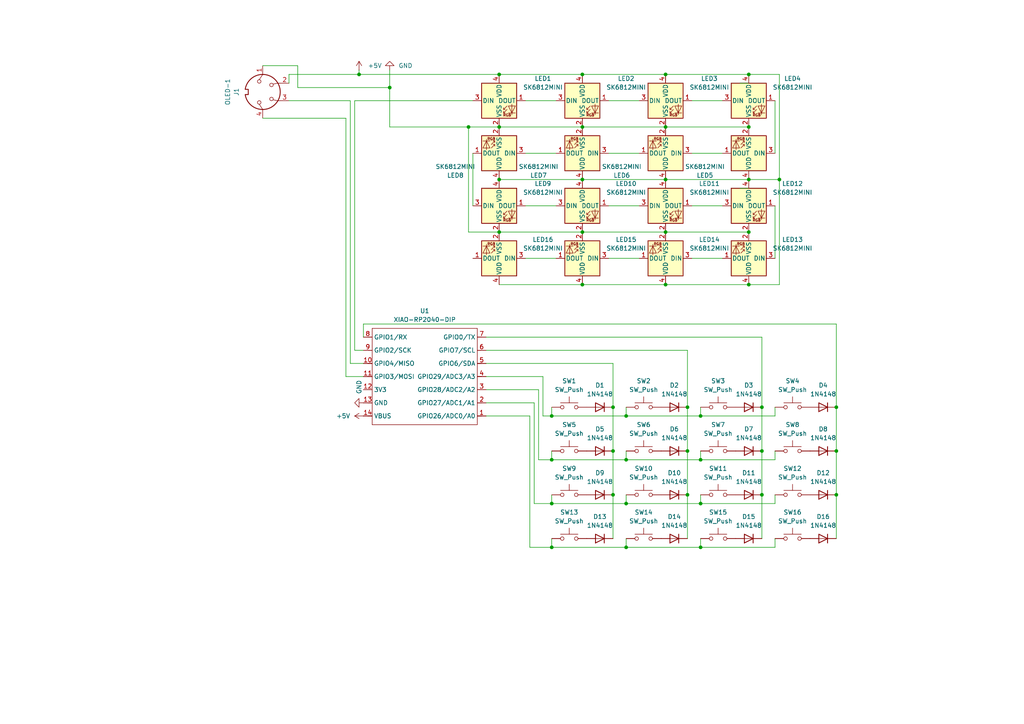
<source format=kicad_sch>
(kicad_sch
	(version 20250114)
	(generator "eeschema")
	(generator_version "9.0")
	(uuid "b2c687e4-abcc-4646-9f7a-8f4781140ee0")
	(paper "A4")
	(lib_symbols
		(symbol "Connector:DIN-4"
			(pin_names
				(offset 1.016)
			)
			(exclude_from_sim no)
			(in_bom yes)
			(on_board yes)
			(property "Reference" "J"
				(at 5.334 5.08 0)
				(effects
					(font
						(size 1.27 1.27)
					)
				)
			)
			(property "Value" "DIN-4"
				(at 0 -6.35 0)
				(effects
					(font
						(size 1.27 1.27)
					)
				)
			)
			(property "Footprint" ""
				(at 0 0 0)
				(effects
					(font
						(size 1.27 1.27)
					)
					(hide yes)
				)
			)
			(property "Datasheet" "http://www.mouser.com/ds/2/18/40_c091_abd_e-75918.pdf"
				(at 0 0 0)
				(effects
					(font
						(size 1.27 1.27)
					)
					(hide yes)
				)
			)
			(property "Description" "4-pin DIN connector"
				(at 0 0 0)
				(effects
					(font
						(size 1.27 1.27)
					)
					(hide yes)
				)
			)
			(property "ki_keywords" "circular DIN connector"
				(at 0 0 0)
				(effects
					(font
						(size 1.27 1.27)
					)
					(hide yes)
				)
			)
			(property "ki_fp_filters" "DIN*"
				(at 0 0 0)
				(effects
					(font
						(size 1.27 1.27)
					)
					(hide yes)
				)
			)
			(symbol "DIN-4_0_1"
				(polyline
					(pts
						(xy -3.556 -1.016) (xy -5.08 0)
					)
					(stroke
						(width 0)
						(type default)
					)
					(fill
						(type none)
					)
				)
				(circle
					(center -3.048 -1.016)
					(radius 0.508)
					(stroke
						(width 0)
						(type default)
					)
					(fill
						(type none)
					)
				)
				(polyline
					(pts
						(xy -2.54 5.08) (xy -2.54 4.318) (xy -2.286 3.048)
					)
					(stroke
						(width 0)
						(type default)
					)
					(fill
						(type none)
					)
				)
				(circle
					(center -2.032 2.54)
					(radius 0.508)
					(stroke
						(width 0)
						(type default)
					)
					(fill
						(type none)
					)
				)
				(polyline
					(pts
						(xy -0.762 -4.953) (xy -0.762 -4.191) (xy 0.762 -4.191) (xy 0.762 -4.953)
					)
					(stroke
						(width 0.254)
						(type default)
					)
					(fill
						(type none)
					)
				)
				(arc
					(start 5.08 0)
					(mid 3.8673 -3.3444)
					(end 0.762 -5.08)
					(stroke
						(width 0.254)
						(type default)
					)
					(fill
						(type none)
					)
				)
				(arc
					(start -5.08 0)
					(mid 0 5.0579)
					(end 5.08 0)
					(stroke
						(width 0.254)
						(type default)
					)
					(fill
						(type none)
					)
				)
				(arc
					(start -0.762 -5.08)
					(mid -3.8597 -3.3379)
					(end -5.08 0)
					(stroke
						(width 0.254)
						(type default)
					)
					(fill
						(type none)
					)
				)
				(circle
					(center 2.032 2.54)
					(radius 0.508)
					(stroke
						(width 0)
						(type default)
					)
					(fill
						(type none)
					)
				)
				(polyline
					(pts
						(xy 2.54 5.08) (xy 2.54 4.318) (xy 2.286 3.048)
					)
					(stroke
						(width 0)
						(type default)
					)
					(fill
						(type none)
					)
				)
				(circle
					(center 3.048 -1.016)
					(radius 0.508)
					(stroke
						(width 0)
						(type default)
					)
					(fill
						(type none)
					)
				)
				(polyline
					(pts
						(xy 5.08 0) (xy 3.556 -1.016)
					)
					(stroke
						(width 0)
						(type default)
					)
					(fill
						(type none)
					)
				)
			)
			(symbol "DIN-4_1_1"
				(pin passive line
					(at -7.62 0 0)
					(length 2.54)
					(name "~"
						(effects
							(font
								(size 1.27 1.27)
							)
						)
					)
					(number "1"
						(effects
							(font
								(size 1.27 1.27)
							)
						)
					)
				)
				(pin passive line
					(at -2.54 7.62 270)
					(length 2.54)
					(name "~"
						(effects
							(font
								(size 1.27 1.27)
							)
						)
					)
					(number "2"
						(effects
							(font
								(size 1.27 1.27)
							)
						)
					)
				)
				(pin passive line
					(at 2.54 7.62 270)
					(length 2.54)
					(name "~"
						(effects
							(font
								(size 1.27 1.27)
							)
						)
					)
					(number "3"
						(effects
							(font
								(size 1.27 1.27)
							)
						)
					)
				)
				(pin passive line
					(at 7.62 0 180)
					(length 2.54)
					(name "~"
						(effects
							(font
								(size 1.27 1.27)
							)
						)
					)
					(number "4"
						(effects
							(font
								(size 1.27 1.27)
							)
						)
					)
				)
			)
			(embedded_fonts no)
		)
		(symbol "Diode:1N4148"
			(pin_numbers
				(hide yes)
			)
			(pin_names
				(hide yes)
			)
			(exclude_from_sim no)
			(in_bom yes)
			(on_board yes)
			(property "Reference" "D"
				(at 0 2.54 0)
				(effects
					(font
						(size 1.27 1.27)
					)
				)
			)
			(property "Value" "1N4148"
				(at 0 -2.54 0)
				(effects
					(font
						(size 1.27 1.27)
					)
				)
			)
			(property "Footprint" "Diode_THT:D_DO-35_SOD27_P7.62mm_Horizontal"
				(at 0 0 0)
				(effects
					(font
						(size 1.27 1.27)
					)
					(hide yes)
				)
			)
			(property "Datasheet" "https://assets.nexperia.com/documents/data-sheet/1N4148_1N4448.pdf"
				(at 0 0 0)
				(effects
					(font
						(size 1.27 1.27)
					)
					(hide yes)
				)
			)
			(property "Description" "100V 0.15A standard switching diode, DO-35"
				(at 0 0 0)
				(effects
					(font
						(size 1.27 1.27)
					)
					(hide yes)
				)
			)
			(property "Sim.Device" "D"
				(at 0 0 0)
				(effects
					(font
						(size 1.27 1.27)
					)
					(hide yes)
				)
			)
			(property "Sim.Pins" "1=K 2=A"
				(at 0 0 0)
				(effects
					(font
						(size 1.27 1.27)
					)
					(hide yes)
				)
			)
			(property "ki_keywords" "diode"
				(at 0 0 0)
				(effects
					(font
						(size 1.27 1.27)
					)
					(hide yes)
				)
			)
			(property "ki_fp_filters" "D*DO?35*"
				(at 0 0 0)
				(effects
					(font
						(size 1.27 1.27)
					)
					(hide yes)
				)
			)
			(symbol "1N4148_0_1"
				(polyline
					(pts
						(xy -1.27 1.27) (xy -1.27 -1.27)
					)
					(stroke
						(width 0.254)
						(type default)
					)
					(fill
						(type none)
					)
				)
				(polyline
					(pts
						(xy 1.27 1.27) (xy 1.27 -1.27) (xy -1.27 0) (xy 1.27 1.27)
					)
					(stroke
						(width 0.254)
						(type default)
					)
					(fill
						(type none)
					)
				)
				(polyline
					(pts
						(xy 1.27 0) (xy -1.27 0)
					)
					(stroke
						(width 0)
						(type default)
					)
					(fill
						(type none)
					)
				)
			)
			(symbol "1N4148_1_1"
				(pin passive line
					(at -3.81 0 0)
					(length 2.54)
					(name "K"
						(effects
							(font
								(size 1.27 1.27)
							)
						)
					)
					(number "1"
						(effects
							(font
								(size 1.27 1.27)
							)
						)
					)
				)
				(pin passive line
					(at 3.81 0 180)
					(length 2.54)
					(name "A"
						(effects
							(font
								(size 1.27 1.27)
							)
						)
					)
					(number "2"
						(effects
							(font
								(size 1.27 1.27)
							)
						)
					)
				)
			)
			(embedded_fonts no)
		)
		(symbol "LED:SK6812MINI"
			(pin_names
				(offset 0.254)
			)
			(exclude_from_sim no)
			(in_bom yes)
			(on_board yes)
			(property "Reference" "D"
				(at 5.08 5.715 0)
				(effects
					(font
						(size 1.27 1.27)
					)
					(justify right bottom)
				)
			)
			(property "Value" "SK6812MINI"
				(at 1.27 -5.715 0)
				(effects
					(font
						(size 1.27 1.27)
					)
					(justify left top)
				)
			)
			(property "Footprint" "LED_SMD:LED_SK6812MINI_PLCC4_3.5x3.5mm_P1.75mm"
				(at 1.27 -7.62 0)
				(effects
					(font
						(size 1.27 1.27)
					)
					(justify left top)
					(hide yes)
				)
			)
			(property "Datasheet" "https://cdn-shop.adafruit.com/product-files/2686/SK6812MINI_REV.01-1-2.pdf"
				(at 2.54 -9.525 0)
				(effects
					(font
						(size 1.27 1.27)
					)
					(justify left top)
					(hide yes)
				)
			)
			(property "Description" "RGB LED with integrated controller"
				(at 0 0 0)
				(effects
					(font
						(size 1.27 1.27)
					)
					(hide yes)
				)
			)
			(property "ki_keywords" "RGB LED NeoPixel Mini addressable"
				(at 0 0 0)
				(effects
					(font
						(size 1.27 1.27)
					)
					(hide yes)
				)
			)
			(property "ki_fp_filters" "LED*SK6812MINI*PLCC*3.5x3.5mm*P1.75mm*"
				(at 0 0 0)
				(effects
					(font
						(size 1.27 1.27)
					)
					(hide yes)
				)
			)
			(symbol "SK6812MINI_0_0"
				(text "RGB"
					(at 2.286 -4.191 0)
					(effects
						(font
							(size 0.762 0.762)
						)
					)
				)
			)
			(symbol "SK6812MINI_0_1"
				(polyline
					(pts
						(xy 1.27 -2.54) (xy 1.778 -2.54)
					)
					(stroke
						(width 0)
						(type default)
					)
					(fill
						(type none)
					)
				)
				(polyline
					(pts
						(xy 1.27 -3.556) (xy 1.778 -3.556)
					)
					(stroke
						(width 0)
						(type default)
					)
					(fill
						(type none)
					)
				)
				(polyline
					(pts
						(xy 2.286 -1.524) (xy 1.27 -2.54) (xy 1.27 -2.032)
					)
					(stroke
						(width 0)
						(type default)
					)
					(fill
						(type none)
					)
				)
				(polyline
					(pts
						(xy 2.286 -2.54) (xy 1.27 -3.556) (xy 1.27 -3.048)
					)
					(stroke
						(width 0)
						(type default)
					)
					(fill
						(type none)
					)
				)
				(polyline
					(pts
						(xy 3.683 -1.016) (xy 3.683 -3.556) (xy 3.683 -4.064)
					)
					(stroke
						(width 0)
						(type default)
					)
					(fill
						(type none)
					)
				)
				(polyline
					(pts
						(xy 4.699 -1.524) (xy 2.667 -1.524) (xy 3.683 -3.556) (xy 4.699 -1.524)
					)
					(stroke
						(width 0)
						(type default)
					)
					(fill
						(type none)
					)
				)
				(polyline
					(pts
						(xy 4.699 -3.556) (xy 2.667 -3.556)
					)
					(stroke
						(width 0)
						(type default)
					)
					(fill
						(type none)
					)
				)
				(rectangle
					(start 5.08 5.08)
					(end -5.08 -5.08)
					(stroke
						(width 0.254)
						(type default)
					)
					(fill
						(type background)
					)
				)
			)
			(symbol "SK6812MINI_1_1"
				(pin input line
					(at -7.62 0 0)
					(length 2.54)
					(name "DIN"
						(effects
							(font
								(size 1.27 1.27)
							)
						)
					)
					(number "3"
						(effects
							(font
								(size 1.27 1.27)
							)
						)
					)
				)
				(pin power_in line
					(at 0 7.62 270)
					(length 2.54)
					(name "VDD"
						(effects
							(font
								(size 1.27 1.27)
							)
						)
					)
					(number "4"
						(effects
							(font
								(size 1.27 1.27)
							)
						)
					)
				)
				(pin power_in line
					(at 0 -7.62 90)
					(length 2.54)
					(name "VSS"
						(effects
							(font
								(size 1.27 1.27)
							)
						)
					)
					(number "2"
						(effects
							(font
								(size 1.27 1.27)
							)
						)
					)
				)
				(pin output line
					(at 7.62 0 180)
					(length 2.54)
					(name "DOUT"
						(effects
							(font
								(size 1.27 1.27)
							)
						)
					)
					(number "1"
						(effects
							(font
								(size 1.27 1.27)
							)
						)
					)
				)
			)
			(embedded_fonts no)
		)
		(symbol "OGL:XIAO-RP2040-DIP"
			(exclude_from_sim no)
			(in_bom yes)
			(on_board yes)
			(property "Reference" "U"
				(at 0 0 0)
				(effects
					(font
						(size 1.27 1.27)
					)
				)
			)
			(property "Value" "XIAO-RP2040-DIP"
				(at 5.334 -1.778 0)
				(effects
					(font
						(size 1.27 1.27)
					)
				)
			)
			(property "Footprint" "Module:MOUDLE14P-XIAO-DIP-SMD"
				(at 14.478 -32.258 0)
				(effects
					(font
						(size 1.27 1.27)
					)
					(hide yes)
				)
			)
			(property "Datasheet" ""
				(at 0 0 0)
				(effects
					(font
						(size 1.27 1.27)
					)
					(hide yes)
				)
			)
			(property "Description" ""
				(at 0 0 0)
				(effects
					(font
						(size 1.27 1.27)
					)
					(hide yes)
				)
			)
			(symbol "XIAO-RP2040-DIP_1_0"
				(polyline
					(pts
						(xy -1.27 -2.54) (xy 29.21 -2.54)
					)
					(stroke
						(width 0.1524)
						(type solid)
					)
					(fill
						(type none)
					)
				)
				(polyline
					(pts
						(xy -1.27 -5.08) (xy -2.54 -5.08)
					)
					(stroke
						(width 0.1524)
						(type solid)
					)
					(fill
						(type none)
					)
				)
				(polyline
					(pts
						(xy -1.27 -5.08) (xy -1.27 -2.54)
					)
					(stroke
						(width 0.1524)
						(type solid)
					)
					(fill
						(type none)
					)
				)
				(polyline
					(pts
						(xy -1.27 -8.89) (xy -2.54 -8.89)
					)
					(stroke
						(width 0.1524)
						(type solid)
					)
					(fill
						(type none)
					)
				)
				(polyline
					(pts
						(xy -1.27 -8.89) (xy -1.27 -5.08)
					)
					(stroke
						(width 0.1524)
						(type solid)
					)
					(fill
						(type none)
					)
				)
				(polyline
					(pts
						(xy -1.27 -12.7) (xy -2.54 -12.7)
					)
					(stroke
						(width 0.1524)
						(type solid)
					)
					(fill
						(type none)
					)
				)
				(polyline
					(pts
						(xy -1.27 -12.7) (xy -1.27 -8.89)
					)
					(stroke
						(width 0.1524)
						(type solid)
					)
					(fill
						(type none)
					)
				)
				(polyline
					(pts
						(xy -1.27 -16.51) (xy -2.54 -16.51)
					)
					(stroke
						(width 0.1524)
						(type solid)
					)
					(fill
						(type none)
					)
				)
				(polyline
					(pts
						(xy -1.27 -16.51) (xy -1.27 -12.7)
					)
					(stroke
						(width 0.1524)
						(type solid)
					)
					(fill
						(type none)
					)
				)
				(polyline
					(pts
						(xy -1.27 -20.32) (xy -2.54 -20.32)
					)
					(stroke
						(width 0.1524)
						(type solid)
					)
					(fill
						(type none)
					)
				)
				(polyline
					(pts
						(xy -1.27 -24.13) (xy -2.54 -24.13)
					)
					(stroke
						(width 0.1524)
						(type solid)
					)
					(fill
						(type none)
					)
				)
				(polyline
					(pts
						(xy -1.27 -27.94) (xy -2.54 -27.94)
					)
					(stroke
						(width 0.1524)
						(type solid)
					)
					(fill
						(type none)
					)
				)
				(polyline
					(pts
						(xy -1.27 -30.48) (xy -1.27 -16.51)
					)
					(stroke
						(width 0.1524)
						(type solid)
					)
					(fill
						(type none)
					)
				)
				(polyline
					(pts
						(xy 29.21 -2.54) (xy 29.21 -5.08)
					)
					(stroke
						(width 0.1524)
						(type solid)
					)
					(fill
						(type none)
					)
				)
				(polyline
					(pts
						(xy 29.21 -5.08) (xy 29.21 -8.89)
					)
					(stroke
						(width 0.1524)
						(type solid)
					)
					(fill
						(type none)
					)
				)
				(polyline
					(pts
						(xy 29.21 -8.89) (xy 29.21 -12.7)
					)
					(stroke
						(width 0.1524)
						(type solid)
					)
					(fill
						(type none)
					)
				)
				(polyline
					(pts
						(xy 29.21 -12.7) (xy 29.21 -30.48)
					)
					(stroke
						(width 0.1524)
						(type solid)
					)
					(fill
						(type none)
					)
				)
				(polyline
					(pts
						(xy 29.21 -30.48) (xy -1.27 -30.48)
					)
					(stroke
						(width 0.1524)
						(type solid)
					)
					(fill
						(type none)
					)
				)
				(polyline
					(pts
						(xy 30.48 -5.08) (xy 29.21 -5.08)
					)
					(stroke
						(width 0.1524)
						(type solid)
					)
					(fill
						(type none)
					)
				)
				(polyline
					(pts
						(xy 30.48 -8.89) (xy 29.21 -8.89)
					)
					(stroke
						(width 0.1524)
						(type solid)
					)
					(fill
						(type none)
					)
				)
				(polyline
					(pts
						(xy 30.48 -12.7) (xy 29.21 -12.7)
					)
					(stroke
						(width 0.1524)
						(type solid)
					)
					(fill
						(type none)
					)
				)
				(polyline
					(pts
						(xy 30.48 -16.51) (xy 29.21 -16.51)
					)
					(stroke
						(width 0.1524)
						(type solid)
					)
					(fill
						(type none)
					)
				)
				(polyline
					(pts
						(xy 30.48 -20.32) (xy 29.21 -20.32)
					)
					(stroke
						(width 0.1524)
						(type solid)
					)
					(fill
						(type none)
					)
				)
				(polyline
					(pts
						(xy 30.48 -24.13) (xy 29.21 -24.13)
					)
					(stroke
						(width 0.1524)
						(type solid)
					)
					(fill
						(type none)
					)
				)
				(polyline
					(pts
						(xy 30.48 -27.94) (xy 29.21 -27.94)
					)
					(stroke
						(width 0.1524)
						(type solid)
					)
					(fill
						(type none)
					)
				)
				(pin passive line
					(at -3.81 -5.08 0)
					(length 2.54)
					(name "GPIO26/ADC0/A0"
						(effects
							(font
								(size 1.27 1.27)
							)
						)
					)
					(number "1"
						(effects
							(font
								(size 1.27 1.27)
							)
						)
					)
				)
				(pin passive line
					(at -3.81 -8.89 0)
					(length 2.54)
					(name "GPIO27/ADC1/A1"
						(effects
							(font
								(size 1.27 1.27)
							)
						)
					)
					(number "2"
						(effects
							(font
								(size 1.27 1.27)
							)
						)
					)
				)
				(pin passive line
					(at -3.81 -12.7 0)
					(length 2.54)
					(name "GPIO28/ADC2/A2"
						(effects
							(font
								(size 1.27 1.27)
							)
						)
					)
					(number "3"
						(effects
							(font
								(size 1.27 1.27)
							)
						)
					)
				)
				(pin passive line
					(at -3.81 -16.51 0)
					(length 2.54)
					(name "GPIO29/ADC3/A3"
						(effects
							(font
								(size 1.27 1.27)
							)
						)
					)
					(number "4"
						(effects
							(font
								(size 1.27 1.27)
							)
						)
					)
				)
				(pin passive line
					(at -3.81 -20.32 0)
					(length 2.54)
					(name "GPIO6/SDA"
						(effects
							(font
								(size 1.27 1.27)
							)
						)
					)
					(number "5"
						(effects
							(font
								(size 1.27 1.27)
							)
						)
					)
				)
				(pin passive line
					(at -3.81 -24.13 0)
					(length 2.54)
					(name "GPIO7/SCL"
						(effects
							(font
								(size 1.27 1.27)
							)
						)
					)
					(number "6"
						(effects
							(font
								(size 1.27 1.27)
							)
						)
					)
				)
				(pin passive line
					(at -3.81 -27.94 0)
					(length 2.54)
					(name "GPIO0/TX"
						(effects
							(font
								(size 1.27 1.27)
							)
						)
					)
					(number "7"
						(effects
							(font
								(size 1.27 1.27)
							)
						)
					)
				)
				(pin passive line
					(at 31.75 -5.08 180)
					(length 2.54)
					(name "VBUS"
						(effects
							(font
								(size 1.27 1.27)
							)
						)
					)
					(number "14"
						(effects
							(font
								(size 1.27 1.27)
							)
						)
					)
				)
				(pin passive line
					(at 31.75 -8.89 180)
					(length 2.54)
					(name "GND"
						(effects
							(font
								(size 1.27 1.27)
							)
						)
					)
					(number "13"
						(effects
							(font
								(size 1.27 1.27)
							)
						)
					)
				)
				(pin passive line
					(at 31.75 -12.7 180)
					(length 2.54)
					(name "3V3"
						(effects
							(font
								(size 1.27 1.27)
							)
						)
					)
					(number "12"
						(effects
							(font
								(size 1.27 1.27)
							)
						)
					)
				)
				(pin passive line
					(at 31.75 -16.51 180)
					(length 2.54)
					(name "GPIO3/MOSI"
						(effects
							(font
								(size 1.27 1.27)
							)
						)
					)
					(number "11"
						(effects
							(font
								(size 1.27 1.27)
							)
						)
					)
				)
				(pin passive line
					(at 31.75 -20.32 180)
					(length 2.54)
					(name "GPIO4/MISO"
						(effects
							(font
								(size 1.27 1.27)
							)
						)
					)
					(number "10"
						(effects
							(font
								(size 1.27 1.27)
							)
						)
					)
				)
				(pin passive line
					(at 31.75 -24.13 180)
					(length 2.54)
					(name "GPIO2/SCK"
						(effects
							(font
								(size 1.27 1.27)
							)
						)
					)
					(number "9"
						(effects
							(font
								(size 1.27 1.27)
							)
						)
					)
				)
				(pin passive line
					(at 31.75 -27.94 180)
					(length 2.54)
					(name "GPIO1/RX"
						(effects
							(font
								(size 1.27 1.27)
							)
						)
					)
					(number "8"
						(effects
							(font
								(size 1.27 1.27)
							)
						)
					)
				)
			)
			(embedded_fonts no)
		)
		(symbol "Switch:SW_Push"
			(pin_numbers
				(hide yes)
			)
			(pin_names
				(offset 1.016)
				(hide yes)
			)
			(exclude_from_sim no)
			(in_bom yes)
			(on_board yes)
			(property "Reference" "SW"
				(at 1.27 2.54 0)
				(effects
					(font
						(size 1.27 1.27)
					)
					(justify left)
				)
			)
			(property "Value" "SW_Push"
				(at 0 -1.524 0)
				(effects
					(font
						(size 1.27 1.27)
					)
				)
			)
			(property "Footprint" ""
				(at 0 5.08 0)
				(effects
					(font
						(size 1.27 1.27)
					)
					(hide yes)
				)
			)
			(property "Datasheet" "~"
				(at 0 5.08 0)
				(effects
					(font
						(size 1.27 1.27)
					)
					(hide yes)
				)
			)
			(property "Description" "Push button switch, generic, two pins"
				(at 0 0 0)
				(effects
					(font
						(size 1.27 1.27)
					)
					(hide yes)
				)
			)
			(property "ki_keywords" "switch normally-open pushbutton push-button"
				(at 0 0 0)
				(effects
					(font
						(size 1.27 1.27)
					)
					(hide yes)
				)
			)
			(symbol "SW_Push_0_1"
				(circle
					(center -2.032 0)
					(radius 0.508)
					(stroke
						(width 0)
						(type default)
					)
					(fill
						(type none)
					)
				)
				(polyline
					(pts
						(xy 0 1.27) (xy 0 3.048)
					)
					(stroke
						(width 0)
						(type default)
					)
					(fill
						(type none)
					)
				)
				(circle
					(center 2.032 0)
					(radius 0.508)
					(stroke
						(width 0)
						(type default)
					)
					(fill
						(type none)
					)
				)
				(polyline
					(pts
						(xy 2.54 1.27) (xy -2.54 1.27)
					)
					(stroke
						(width 0)
						(type default)
					)
					(fill
						(type none)
					)
				)
				(pin passive line
					(at -5.08 0 0)
					(length 2.54)
					(name "1"
						(effects
							(font
								(size 1.27 1.27)
							)
						)
					)
					(number "1"
						(effects
							(font
								(size 1.27 1.27)
							)
						)
					)
				)
				(pin passive line
					(at 5.08 0 180)
					(length 2.54)
					(name "2"
						(effects
							(font
								(size 1.27 1.27)
							)
						)
					)
					(number "2"
						(effects
							(font
								(size 1.27 1.27)
							)
						)
					)
				)
			)
			(embedded_fonts no)
		)
		(symbol "power:+5V"
			(power)
			(pin_numbers
				(hide yes)
			)
			(pin_names
				(offset 0)
				(hide yes)
			)
			(exclude_from_sim no)
			(in_bom yes)
			(on_board yes)
			(property "Reference" "#PWR"
				(at 0 -3.81 0)
				(effects
					(font
						(size 1.27 1.27)
					)
					(hide yes)
				)
			)
			(property "Value" "+5V"
				(at 0 3.556 0)
				(effects
					(font
						(size 1.27 1.27)
					)
				)
			)
			(property "Footprint" ""
				(at 0 0 0)
				(effects
					(font
						(size 1.27 1.27)
					)
					(hide yes)
				)
			)
			(property "Datasheet" ""
				(at 0 0 0)
				(effects
					(font
						(size 1.27 1.27)
					)
					(hide yes)
				)
			)
			(property "Description" "Power symbol creates a global label with name \"+5V\""
				(at 0 0 0)
				(effects
					(font
						(size 1.27 1.27)
					)
					(hide yes)
				)
			)
			(property "ki_keywords" "global power"
				(at 0 0 0)
				(effects
					(font
						(size 1.27 1.27)
					)
					(hide yes)
				)
			)
			(symbol "+5V_0_1"
				(polyline
					(pts
						(xy -0.762 1.27) (xy 0 2.54)
					)
					(stroke
						(width 0)
						(type default)
					)
					(fill
						(type none)
					)
				)
				(polyline
					(pts
						(xy 0 2.54) (xy 0.762 1.27)
					)
					(stroke
						(width 0)
						(type default)
					)
					(fill
						(type none)
					)
				)
				(polyline
					(pts
						(xy 0 0) (xy 0 2.54)
					)
					(stroke
						(width 0)
						(type default)
					)
					(fill
						(type none)
					)
				)
			)
			(symbol "+5V_1_1"
				(pin power_in line
					(at 0 0 90)
					(length 0)
					(name "~"
						(effects
							(font
								(size 1.27 1.27)
							)
						)
					)
					(number "1"
						(effects
							(font
								(size 1.27 1.27)
							)
						)
					)
				)
			)
			(embedded_fonts no)
		)
		(symbol "power:GND"
			(power)
			(pin_numbers
				(hide yes)
			)
			(pin_names
				(offset 0)
				(hide yes)
			)
			(exclude_from_sim no)
			(in_bom yes)
			(on_board yes)
			(property "Reference" "#PWR"
				(at 0 -6.35 0)
				(effects
					(font
						(size 1.27 1.27)
					)
					(hide yes)
				)
			)
			(property "Value" "GND"
				(at 0 -3.81 0)
				(effects
					(font
						(size 1.27 1.27)
					)
				)
			)
			(property "Footprint" ""
				(at 0 0 0)
				(effects
					(font
						(size 1.27 1.27)
					)
					(hide yes)
				)
			)
			(property "Datasheet" ""
				(at 0 0 0)
				(effects
					(font
						(size 1.27 1.27)
					)
					(hide yes)
				)
			)
			(property "Description" "Power symbol creates a global label with name \"GND\" , ground"
				(at 0 0 0)
				(effects
					(font
						(size 1.27 1.27)
					)
					(hide yes)
				)
			)
			(property "ki_keywords" "global power"
				(at 0 0 0)
				(effects
					(font
						(size 1.27 1.27)
					)
					(hide yes)
				)
			)
			(symbol "GND_0_1"
				(polyline
					(pts
						(xy 0 0) (xy 0 -1.27) (xy 1.27 -1.27) (xy 0 -2.54) (xy -1.27 -1.27) (xy 0 -1.27)
					)
					(stroke
						(width 0)
						(type default)
					)
					(fill
						(type none)
					)
				)
			)
			(symbol "GND_1_1"
				(pin power_in line
					(at 0 0 270)
					(length 0)
					(name "~"
						(effects
							(font
								(size 1.27 1.27)
							)
						)
					)
					(number "1"
						(effects
							(font
								(size 1.27 1.27)
							)
						)
					)
				)
			)
			(embedded_fonts no)
		)
	)
	(junction
		(at 113.03 25.4)
		(diameter 0)
		(color 0 0 0 0)
		(uuid "025ca8b7-e0f8-4e6f-9eb3-840af2c2353b")
	)
	(junction
		(at 177.8 130.81)
		(diameter 0)
		(color 0 0 0 0)
		(uuid "05fc8bcd-fbdd-4c3d-8489-1098fe42b3dd")
	)
	(junction
		(at 199.39 130.81)
		(diameter 0)
		(color 0 0 0 0)
		(uuid "1d2303d8-8c5f-44d0-9f27-cb4257389ad6")
	)
	(junction
		(at 217.17 67.31)
		(diameter 0)
		(color 0 0 0 0)
		(uuid "1e766b9e-8f29-4ac4-8a76-c893dc490773")
	)
	(junction
		(at 168.91 82.55)
		(diameter 0)
		(color 0 0 0 0)
		(uuid "32216d95-633c-4432-b1da-abbf413c4bad")
	)
	(junction
		(at 203.2 146.05)
		(diameter 0)
		(color 0 0 0 0)
		(uuid "32cd8838-c03e-48e2-8e9f-e68fe8d4d209")
	)
	(junction
		(at 168.91 21.59)
		(diameter 0)
		(color 0 0 0 0)
		(uuid "3590bdef-718e-4519-a352-e3c753876d14")
	)
	(junction
		(at 203.2 133.35)
		(diameter 0)
		(color 0 0 0 0)
		(uuid "35e9e5ef-5ec3-4eb5-9304-c82d22731a1a")
	)
	(junction
		(at 242.57 118.11)
		(diameter 0)
		(color 0 0 0 0)
		(uuid "3addfeb1-210f-48d3-b952-13b2ed247a1f")
	)
	(junction
		(at 181.61 133.35)
		(diameter 0)
		(color 0 0 0 0)
		(uuid "3e3db43b-6211-4630-b881-ad4a288a70fc")
	)
	(junction
		(at 160.02 133.35)
		(diameter 0)
		(color 0 0 0 0)
		(uuid "475478d1-fd1f-4815-98b8-6b9023f5436d")
	)
	(junction
		(at 203.2 120.65)
		(diameter 0)
		(color 0 0 0 0)
		(uuid "48798196-c24f-42ba-8972-8396bddb23c2")
	)
	(junction
		(at 104.14 21.59)
		(diameter 0)
		(color 0 0 0 0)
		(uuid "49bc012d-a544-43b1-b850-386b2b371ebe")
	)
	(junction
		(at 168.91 67.31)
		(diameter 0)
		(color 0 0 0 0)
		(uuid "4b156389-a0c9-4b53-a2c5-6ce9feec5f58")
	)
	(junction
		(at 193.04 36.83)
		(diameter 0)
		(color 0 0 0 0)
		(uuid "4e4aa968-597c-426c-b19a-8c392acd469c")
	)
	(junction
		(at 203.2 158.75)
		(diameter 0)
		(color 0 0 0 0)
		(uuid "4ecd7720-7ed5-4a65-91b3-fc5c23a21154")
	)
	(junction
		(at 193.04 67.31)
		(diameter 0)
		(color 0 0 0 0)
		(uuid "5d5dd307-0c54-4cac-bffb-c67d2842d4eb")
	)
	(junction
		(at 217.17 36.83)
		(diameter 0)
		(color 0 0 0 0)
		(uuid "5f7029b1-3a27-4216-952d-9b9c808956a5")
	)
	(junction
		(at 168.91 36.83)
		(diameter 0)
		(color 0 0 0 0)
		(uuid "7862ef6b-eac6-4d50-8cfb-2ea037dfa774")
	)
	(junction
		(at 220.98 118.11)
		(diameter 0)
		(color 0 0 0 0)
		(uuid "86622d0b-fc5f-4035-b7ee-05aa8569cea9")
	)
	(junction
		(at 199.39 118.11)
		(diameter 0)
		(color 0 0 0 0)
		(uuid "8af0e672-c803-472b-941f-3a6b3fad74b7")
	)
	(junction
		(at 181.61 158.75)
		(diameter 0)
		(color 0 0 0 0)
		(uuid "8dd08566-b4a5-47ee-89bc-2c3384ab7b51")
	)
	(junction
		(at 160.02 158.75)
		(diameter 0)
		(color 0 0 0 0)
		(uuid "92c8d82c-826a-4c6a-ba43-e1749d43c5ad")
	)
	(junction
		(at 177.8 118.11)
		(diameter 0)
		(color 0 0 0 0)
		(uuid "93addc2c-e99c-4144-95df-fdc7b1b5ca62")
	)
	(junction
		(at 199.39 143.51)
		(diameter 0)
		(color 0 0 0 0)
		(uuid "a52e04ad-b776-44d3-ac1f-420877360643")
	)
	(junction
		(at 217.17 21.59)
		(diameter 0)
		(color 0 0 0 0)
		(uuid "a9fa6f05-0c95-4eae-bc87-721960cc1e4d")
	)
	(junction
		(at 217.17 52.07)
		(diameter 0)
		(color 0 0 0 0)
		(uuid "ab6827da-a564-464c-821d-cf2ce7162afc")
	)
	(junction
		(at 144.78 21.59)
		(diameter 0)
		(color 0 0 0 0)
		(uuid "ace3e17a-524e-4cd4-8c06-31889a00f2c4")
	)
	(junction
		(at 177.8 143.51)
		(diameter 0)
		(color 0 0 0 0)
		(uuid "ad81fbdd-9222-4974-88ac-9bc6cd29f6ca")
	)
	(junction
		(at 226.06 52.07)
		(diameter 0)
		(color 0 0 0 0)
		(uuid "ae36ffde-f46b-4a98-91cf-f27cede2f468")
	)
	(junction
		(at 144.78 52.07)
		(diameter 0)
		(color 0 0 0 0)
		(uuid "afe9fd87-53d6-4546-9625-f9928c2c88ac")
	)
	(junction
		(at 193.04 52.07)
		(diameter 0)
		(color 0 0 0 0)
		(uuid "bb42c098-ac73-4c06-b608-72081361d82a")
	)
	(junction
		(at 160.02 146.05)
		(diameter 0)
		(color 0 0 0 0)
		(uuid "c2e819fa-117d-4628-b212-82650725d0cc")
	)
	(junction
		(at 135.89 36.83)
		(diameter 0)
		(color 0 0 0 0)
		(uuid "c3678cf0-e3ff-4416-a4ac-a785296758d7")
	)
	(junction
		(at 168.91 52.07)
		(diameter 0)
		(color 0 0 0 0)
		(uuid "c9266cf0-35a4-47da-ab39-d60beb7713d4")
	)
	(junction
		(at 193.04 82.55)
		(diameter 0)
		(color 0 0 0 0)
		(uuid "d25e6b87-a1a0-4bd8-8242-7c9f9d7b966f")
	)
	(junction
		(at 144.78 67.31)
		(diameter 0)
		(color 0 0 0 0)
		(uuid "d34815bb-910e-4d1f-8e0d-b7c4e0d227dd")
	)
	(junction
		(at 217.17 82.55)
		(diameter 0)
		(color 0 0 0 0)
		(uuid "d558db19-3a2f-4471-9850-726b80670472")
	)
	(junction
		(at 242.57 143.51)
		(diameter 0)
		(color 0 0 0 0)
		(uuid "d5a61d54-83df-4a53-af0c-c0a4b9c351a7")
	)
	(junction
		(at 181.61 120.65)
		(diameter 0)
		(color 0 0 0 0)
		(uuid "dc4e1c8b-fbcf-47c6-b7d2-4dd53540d18e")
	)
	(junction
		(at 193.04 21.59)
		(diameter 0)
		(color 0 0 0 0)
		(uuid "e326e5db-e435-47d6-b4e1-81f42ca963af")
	)
	(junction
		(at 144.78 36.83)
		(diameter 0)
		(color 0 0 0 0)
		(uuid "e7a291ff-14c8-4448-b0fc-44a7acba1b88")
	)
	(junction
		(at 242.57 130.81)
		(diameter 0)
		(color 0 0 0 0)
		(uuid "f0d62aea-ed96-4a07-b3e4-9344a2747194")
	)
	(junction
		(at 220.98 143.51)
		(diameter 0)
		(color 0 0 0 0)
		(uuid "f63bcc56-21a1-4e45-9ac8-782af80c2280")
	)
	(junction
		(at 160.02 120.65)
		(diameter 0)
		(color 0 0 0 0)
		(uuid "f832d626-342e-411f-bc53-22570195088b")
	)
	(junction
		(at 220.98 130.81)
		(diameter 0)
		(color 0 0 0 0)
		(uuid "f9aa9fda-688b-4461-9e3e-523aee8139d1")
	)
	(junction
		(at 181.61 146.05)
		(diameter 0)
		(color 0 0 0 0)
		(uuid "fad86f7c-3e46-486a-a0fb-fc73caf73a87")
	)
	(wire
		(pts
			(xy 144.78 21.59) (xy 168.91 21.59)
		)
		(stroke
			(width 0)
			(type default)
		)
		(uuid "01dbe213-2a5d-4620-8fdc-3384cd672de0")
	)
	(wire
		(pts
			(xy 217.17 21.59) (xy 226.06 21.59)
		)
		(stroke
			(width 0)
			(type default)
		)
		(uuid "0209eb46-a44f-4778-80c3-4ef4899d3687")
	)
	(wire
		(pts
			(xy 181.61 120.65) (xy 203.2 120.65)
		)
		(stroke
			(width 0)
			(type default)
		)
		(uuid "03eef319-726d-46e3-a40c-7d31fbb4e444")
	)
	(wire
		(pts
			(xy 181.61 143.51) (xy 181.61 146.05)
		)
		(stroke
			(width 0)
			(type default)
		)
		(uuid "046c58d1-58b7-45c7-ae38-e2d29f8f1b8b")
	)
	(wire
		(pts
			(xy 140.97 116.84) (xy 154.94 116.84)
		)
		(stroke
			(width 0)
			(type default)
		)
		(uuid "05e6fcef-327f-48ed-a71c-0f8ee3227f5a")
	)
	(wire
		(pts
			(xy 242.57 143.51) (xy 242.57 156.21)
		)
		(stroke
			(width 0)
			(type default)
		)
		(uuid "0732e5c5-54a0-46ea-bdfd-6f2de6b92d05")
	)
	(wire
		(pts
			(xy 135.89 36.83) (xy 113.03 36.83)
		)
		(stroke
			(width 0)
			(type default)
		)
		(uuid "074fe9d8-8b3c-4d7b-a0bc-233748cc2b62")
	)
	(wire
		(pts
			(xy 135.89 67.31) (xy 135.89 36.83)
		)
		(stroke
			(width 0)
			(type default)
		)
		(uuid "080b7280-332c-4928-ab10-8bb124179c42")
	)
	(wire
		(pts
			(xy 156.21 133.35) (xy 160.02 133.35)
		)
		(stroke
			(width 0)
			(type default)
		)
		(uuid "08b5ee3f-6f2b-4edc-8531-b2945898cf2f")
	)
	(wire
		(pts
			(xy 199.39 118.11) (xy 199.39 130.81)
		)
		(stroke
			(width 0)
			(type default)
		)
		(uuid "0ca370eb-4aca-40e3-82d1-8ecb72b48f12")
	)
	(wire
		(pts
			(xy 168.91 67.31) (xy 144.78 67.31)
		)
		(stroke
			(width 0)
			(type default)
		)
		(uuid "10323beb-9294-4721-8d34-1c2c13605c8d")
	)
	(wire
		(pts
			(xy 86.36 25.4) (xy 86.36 19.05)
		)
		(stroke
			(width 0)
			(type default)
		)
		(uuid "114ad03d-0939-4c7a-a057-f4a834bbcba7")
	)
	(wire
		(pts
			(xy 226.06 52.07) (xy 217.17 52.07)
		)
		(stroke
			(width 0)
			(type default)
		)
		(uuid "138a3ff8-3a01-4a50-ba9b-4af79177992c")
	)
	(wire
		(pts
			(xy 199.39 130.81) (xy 199.39 143.51)
		)
		(stroke
			(width 0)
			(type default)
		)
		(uuid "150db52f-2444-4969-8d72-512c3a7552be")
	)
	(wire
		(pts
			(xy 203.2 143.51) (xy 203.2 146.05)
		)
		(stroke
			(width 0)
			(type default)
		)
		(uuid "18f8b4e8-c871-4a40-ae1e-22775cf5c717")
	)
	(wire
		(pts
			(xy 226.06 82.55) (xy 217.17 82.55)
		)
		(stroke
			(width 0)
			(type default)
		)
		(uuid "1bfe6db4-cc62-4ecf-a4e4-47fb31ce044c")
	)
	(wire
		(pts
			(xy 242.57 118.11) (xy 242.57 130.81)
		)
		(stroke
			(width 0)
			(type default)
		)
		(uuid "1ce5ac8c-2713-46ba-9124-162134e709fb")
	)
	(wire
		(pts
			(xy 168.91 82.55) (xy 144.78 82.55)
		)
		(stroke
			(width 0)
			(type default)
		)
		(uuid "1e7457ee-50f8-46ee-8ac0-647370f972ba")
	)
	(wire
		(pts
			(xy 105.41 97.79) (xy 105.41 93.98)
		)
		(stroke
			(width 0)
			(type default)
		)
		(uuid "1fc4a1f7-10ea-4c0b-b4c2-65b883bee4bc")
	)
	(wire
		(pts
			(xy 161.29 74.93) (xy 152.4 74.93)
		)
		(stroke
			(width 0)
			(type default)
		)
		(uuid "21355c09-cc33-4276-8c50-41b0b361d4ac")
	)
	(wire
		(pts
			(xy 160.02 156.21) (xy 160.02 158.75)
		)
		(stroke
			(width 0)
			(type default)
		)
		(uuid "22ef0522-3371-48ef-a720-d7ffdcc0b13e")
	)
	(wire
		(pts
			(xy 144.78 52.07) (xy 168.91 52.07)
		)
		(stroke
			(width 0)
			(type default)
		)
		(uuid "24ba6f25-4bee-48a6-a7c9-03153a9acb6e")
	)
	(wire
		(pts
			(xy 217.17 54.61) (xy 217.17 52.07)
		)
		(stroke
			(width 0)
			(type default)
		)
		(uuid "255092cd-39ec-4a89-a2a2-01c4169d9306")
	)
	(wire
		(pts
			(xy 185.42 44.45) (xy 176.53 44.45)
		)
		(stroke
			(width 0)
			(type default)
		)
		(uuid "281adaf8-e4ea-48a3-85ae-bc1fddadb1fe")
	)
	(wire
		(pts
			(xy 102.87 101.6) (xy 102.87 29.21)
		)
		(stroke
			(width 0)
			(type default)
		)
		(uuid "29f1b990-473f-4c5f-96e4-4fe7363b703b")
	)
	(wire
		(pts
			(xy 113.03 25.4) (xy 113.03 36.83)
		)
		(stroke
			(width 0)
			(type default)
		)
		(uuid "2f906eca-1fef-46fe-a085-f0628567bf53")
	)
	(wire
		(pts
			(xy 220.98 118.11) (xy 220.98 130.81)
		)
		(stroke
			(width 0)
			(type default)
		)
		(uuid "300b02f9-a104-4e8f-9d9d-4267f28db04a")
	)
	(wire
		(pts
			(xy 224.79 146.05) (xy 224.79 143.51)
		)
		(stroke
			(width 0)
			(type default)
		)
		(uuid "31193bc4-a421-4357-a23d-cc6e661acfb0")
	)
	(wire
		(pts
			(xy 101.6 105.41) (xy 105.41 105.41)
		)
		(stroke
			(width 0)
			(type default)
		)
		(uuid "36236413-8056-4122-91c0-7e1816f0d7ad")
	)
	(wire
		(pts
			(xy 157.48 120.65) (xy 160.02 120.65)
		)
		(stroke
			(width 0)
			(type default)
		)
		(uuid "3a5da127-54d1-414c-9c58-e68a63c82950")
	)
	(wire
		(pts
			(xy 177.8 143.51) (xy 177.8 156.21)
		)
		(stroke
			(width 0)
			(type default)
		)
		(uuid "3a86e172-1897-4640-ab88-5f4bfabaf502")
	)
	(wire
		(pts
			(xy 177.8 118.11) (xy 177.8 130.81)
		)
		(stroke
			(width 0)
			(type default)
		)
		(uuid "3c7ce780-ba60-4881-b4bf-17ecc975e36b")
	)
	(wire
		(pts
			(xy 199.39 143.51) (xy 199.39 156.21)
		)
		(stroke
			(width 0)
			(type default)
		)
		(uuid "41640c74-2d8b-4645-986c-01d6c082c266")
	)
	(wire
		(pts
			(xy 83.82 29.21) (xy 101.6 29.21)
		)
		(stroke
			(width 0)
			(type default)
		)
		(uuid "42b255f4-b99f-4a42-9e28-b50944e6e6a6")
	)
	(wire
		(pts
			(xy 220.98 97.79) (xy 220.98 118.11)
		)
		(stroke
			(width 0)
			(type default)
		)
		(uuid "444570db-f203-4347-b631-eca34a57b153")
	)
	(wire
		(pts
			(xy 113.03 20.32) (xy 113.03 25.4)
		)
		(stroke
			(width 0)
			(type default)
		)
		(uuid "493c3916-92f9-4a40-9ece-f65690ab7244")
	)
	(wire
		(pts
			(xy 203.2 146.05) (xy 224.79 146.05)
		)
		(stroke
			(width 0)
			(type default)
		)
		(uuid "4c661245-66a2-41e9-b221-db0f8d78a8e6")
	)
	(wire
		(pts
			(xy 153.67 120.65) (xy 140.97 120.65)
		)
		(stroke
			(width 0)
			(type default)
		)
		(uuid "4d62d77b-6426-49dd-bba3-527971d3d3e2")
	)
	(wire
		(pts
			(xy 224.79 120.65) (xy 224.79 118.11)
		)
		(stroke
			(width 0)
			(type default)
		)
		(uuid "4d798233-8575-4c0f-b5a9-74a731ca9f2c")
	)
	(wire
		(pts
			(xy 83.82 21.59) (xy 104.14 21.59)
		)
		(stroke
			(width 0)
			(type default)
		)
		(uuid "4fc33a26-5bf0-40a8-9fbc-327d8fb337c3")
	)
	(wire
		(pts
			(xy 200.66 29.21) (xy 209.55 29.21)
		)
		(stroke
			(width 0)
			(type default)
		)
		(uuid "5071fecb-4a4f-4ba1-be86-9d07ff167a23")
	)
	(wire
		(pts
			(xy 224.79 59.69) (xy 224.79 74.93)
		)
		(stroke
			(width 0)
			(type default)
		)
		(uuid "51fb622d-a67b-43ea-aa3b-bebafb473132")
	)
	(wire
		(pts
			(xy 193.04 67.31) (xy 168.91 67.31)
		)
		(stroke
			(width 0)
			(type default)
		)
		(uuid "52fbe231-6799-42a9-a725-9fa7177cfee4")
	)
	(wire
		(pts
			(xy 161.29 44.45) (xy 152.4 44.45)
		)
		(stroke
			(width 0)
			(type default)
		)
		(uuid "53a16dae-cac7-454e-b3ff-e2e2702aa1a0")
	)
	(wire
		(pts
			(xy 242.57 93.98) (xy 242.57 118.11)
		)
		(stroke
			(width 0)
			(type default)
		)
		(uuid "5486fe97-748d-49b1-8fa7-7bd7edf773af")
	)
	(wire
		(pts
			(xy 168.91 52.07) (xy 193.04 52.07)
		)
		(stroke
			(width 0)
			(type default)
		)
		(uuid "59f03bb6-5489-40d3-9870-2f899f50078b")
	)
	(wire
		(pts
			(xy 203.2 133.35) (xy 224.79 133.35)
		)
		(stroke
			(width 0)
			(type default)
		)
		(uuid "5b94fea4-0f8c-4ddd-ba6a-3842ceef55ae")
	)
	(wire
		(pts
			(xy 209.55 74.93) (xy 200.66 74.93)
		)
		(stroke
			(width 0)
			(type default)
		)
		(uuid "618e6331-4445-4245-89f8-067d563721ee")
	)
	(wire
		(pts
			(xy 160.02 146.05) (xy 181.61 146.05)
		)
		(stroke
			(width 0)
			(type default)
		)
		(uuid "61a06b30-d792-462a-a3ec-d47ab77e1f96")
	)
	(wire
		(pts
			(xy 100.33 109.22) (xy 100.33 34.29)
		)
		(stroke
			(width 0)
			(type default)
		)
		(uuid "626b1c85-7249-4757-b701-2588eb496b9e")
	)
	(wire
		(pts
			(xy 154.94 116.84) (xy 154.94 146.05)
		)
		(stroke
			(width 0)
			(type default)
		)
		(uuid "637c659d-b164-4524-a286-2a9da002d8c3")
	)
	(wire
		(pts
			(xy 214.63 54.61) (xy 217.17 54.61)
		)
		(stroke
			(width 0)
			(type default)
		)
		(uuid "64df3017-a11f-4cfd-b93c-f9080d4ffb03")
	)
	(wire
		(pts
			(xy 160.02 158.75) (xy 181.61 158.75)
		)
		(stroke
			(width 0)
			(type default)
		)
		(uuid "6551d2ca-4e5b-410b-b043-137051edda31")
	)
	(wire
		(pts
			(xy 203.2 118.11) (xy 203.2 120.65)
		)
		(stroke
			(width 0)
			(type default)
		)
		(uuid "6654d1da-03d1-4da3-9ba3-5532861710bf")
	)
	(wire
		(pts
			(xy 176.53 59.69) (xy 185.42 59.69)
		)
		(stroke
			(width 0)
			(type default)
		)
		(uuid "66b20192-da2a-453c-811b-3a92bc79a58a")
	)
	(wire
		(pts
			(xy 152.4 59.69) (xy 161.29 59.69)
		)
		(stroke
			(width 0)
			(type default)
		)
		(uuid "6905a9b7-e37e-4999-829d-c2918111fda1")
	)
	(wire
		(pts
			(xy 220.98 130.81) (xy 220.98 143.51)
		)
		(stroke
			(width 0)
			(type default)
		)
		(uuid "6adb5b3d-c211-45fc-af10-30659f8aed31")
	)
	(wire
		(pts
			(xy 226.06 52.07) (xy 226.06 82.55)
		)
		(stroke
			(width 0)
			(type default)
		)
		(uuid "6c4293e1-3a00-476b-86bc-feba01d6249b")
	)
	(wire
		(pts
			(xy 160.02 130.81) (xy 160.02 133.35)
		)
		(stroke
			(width 0)
			(type default)
		)
		(uuid "6c62d0b4-a7b5-4b02-8255-f2e9f55e7a7a")
	)
	(wire
		(pts
			(xy 242.57 130.81) (xy 242.57 143.51)
		)
		(stroke
			(width 0)
			(type default)
		)
		(uuid "7330e829-f340-4e70-97a3-04bce11056ad")
	)
	(wire
		(pts
			(xy 181.61 158.75) (xy 203.2 158.75)
		)
		(stroke
			(width 0)
			(type default)
		)
		(uuid "799aed07-2c83-47e3-b390-9e033b93e836")
	)
	(wire
		(pts
			(xy 101.6 29.21) (xy 101.6 105.41)
		)
		(stroke
			(width 0)
			(type default)
		)
		(uuid "7b67d7d7-5fb4-4230-be39-33b89dc0a5a5")
	)
	(wire
		(pts
			(xy 105.41 101.6) (xy 102.87 101.6)
		)
		(stroke
			(width 0)
			(type default)
		)
		(uuid "7d80396c-864e-4b19-8661-74298eb29cd2")
	)
	(wire
		(pts
			(xy 181.61 146.05) (xy 203.2 146.05)
		)
		(stroke
			(width 0)
			(type default)
		)
		(uuid "7e9cd7c2-33d5-4762-a908-6fc320dbd682")
	)
	(wire
		(pts
			(xy 104.14 21.59) (xy 144.78 21.59)
		)
		(stroke
			(width 0)
			(type default)
		)
		(uuid "83b23a80-9cc1-4f62-af40-86a221527583")
	)
	(wire
		(pts
			(xy 209.55 44.45) (xy 200.66 44.45)
		)
		(stroke
			(width 0)
			(type default)
		)
		(uuid "852a24b0-49e3-44e0-8e63-8419bfac7ec1")
	)
	(wire
		(pts
			(xy 177.8 105.41) (xy 177.8 118.11)
		)
		(stroke
			(width 0)
			(type default)
		)
		(uuid "85364a9f-d58c-437d-af1b-8a6911465f1f")
	)
	(wire
		(pts
			(xy 137.16 44.45) (xy 137.16 59.69)
		)
		(stroke
			(width 0)
			(type default)
		)
		(uuid "85d6555a-cce7-4272-978d-c90a7a4bb295")
	)
	(wire
		(pts
			(xy 193.04 82.55) (xy 168.91 82.55)
		)
		(stroke
			(width 0)
			(type default)
		)
		(uuid "88fa7304-02bf-477a-94ba-2448ebd999be")
	)
	(wire
		(pts
			(xy 224.79 158.75) (xy 224.79 156.21)
		)
		(stroke
			(width 0)
			(type default)
		)
		(uuid "8cfc5461-f2f8-40b4-b2ae-3f4514c99068")
	)
	(wire
		(pts
			(xy 193.04 67.31) (xy 217.17 67.31)
		)
		(stroke
			(width 0)
			(type default)
		)
		(uuid "8e4b8ec4-547e-48bd-9dab-94ba525be5e3")
	)
	(wire
		(pts
			(xy 203.2 158.75) (xy 224.79 158.75)
		)
		(stroke
			(width 0)
			(type default)
		)
		(uuid "8ebdb580-7cbd-4933-82fe-62e26d85e322")
	)
	(wire
		(pts
			(xy 226.06 21.59) (xy 226.06 52.07)
		)
		(stroke
			(width 0)
			(type default)
		)
		(uuid "950359b3-9046-43aa-b921-43defbb23ea8")
	)
	(wire
		(pts
			(xy 156.21 113.03) (xy 156.21 133.35)
		)
		(stroke
			(width 0)
			(type default)
		)
		(uuid "967124fc-a916-48f5-b31e-a225c96faef3")
	)
	(wire
		(pts
			(xy 83.82 21.59) (xy 83.82 24.13)
		)
		(stroke
			(width 0)
			(type default)
		)
		(uuid "9a5f7072-8557-4e01-b150-36519921c952")
	)
	(wire
		(pts
			(xy 224.79 133.35) (xy 224.79 130.81)
		)
		(stroke
			(width 0)
			(type default)
		)
		(uuid "9b078c79-3068-4d7a-8647-a04d3fd57cb7")
	)
	(wire
		(pts
			(xy 144.78 36.83) (xy 135.89 36.83)
		)
		(stroke
			(width 0)
			(type default)
		)
		(uuid "9d5f3a61-ba56-4eec-84c6-9170804cbf5c")
	)
	(wire
		(pts
			(xy 86.36 25.4) (xy 113.03 25.4)
		)
		(stroke
			(width 0)
			(type default)
		)
		(uuid "9e0fed73-bf03-4db8-9353-80d2240ce8a2")
	)
	(wire
		(pts
			(xy 140.97 113.03) (xy 156.21 113.03)
		)
		(stroke
			(width 0)
			(type default)
		)
		(uuid "9f46d5b4-7494-4345-893c-7762dc9ac38c")
	)
	(wire
		(pts
			(xy 199.39 101.6) (xy 199.39 118.11)
		)
		(stroke
			(width 0)
			(type default)
		)
		(uuid "a574cc2c-5e55-4ef1-9270-67e9791b7252")
	)
	(wire
		(pts
			(xy 193.04 36.83) (xy 217.17 36.83)
		)
		(stroke
			(width 0)
			(type default)
		)
		(uuid "a6a1cb13-e20e-4caa-98af-024807fde3ce")
	)
	(wire
		(pts
			(xy 181.61 133.35) (xy 203.2 133.35)
		)
		(stroke
			(width 0)
			(type default)
		)
		(uuid "abda5f10-12ea-4f62-82d0-a6c8a15abd24")
	)
	(wire
		(pts
			(xy 160.02 133.35) (xy 181.61 133.35)
		)
		(stroke
			(width 0)
			(type default)
		)
		(uuid "ae634d35-1ed2-4438-9bb8-31297294c091")
	)
	(wire
		(pts
			(xy 160.02 118.11) (xy 160.02 120.65)
		)
		(stroke
			(width 0)
			(type default)
		)
		(uuid "b374e1fb-f59a-47a7-a093-e69dad9c2191")
	)
	(wire
		(pts
			(xy 168.91 21.59) (xy 193.04 21.59)
		)
		(stroke
			(width 0)
			(type default)
		)
		(uuid "b51d6389-3fa7-4ef4-92ee-f4a6111abccd")
	)
	(wire
		(pts
			(xy 193.04 21.59) (xy 217.17 21.59)
		)
		(stroke
			(width 0)
			(type default)
		)
		(uuid "b939f826-d2b6-4382-bca6-58d6772f252d")
	)
	(wire
		(pts
			(xy 86.36 19.05) (xy 76.2 19.05)
		)
		(stroke
			(width 0)
			(type default)
		)
		(uuid "bc3090d7-4907-4117-b275-119d672ea77e")
	)
	(wire
		(pts
			(xy 157.48 109.22) (xy 157.48 120.65)
		)
		(stroke
			(width 0)
			(type default)
		)
		(uuid "bf3d1604-622a-4b2c-b777-39235b0744b2")
	)
	(wire
		(pts
			(xy 160.02 120.65) (xy 181.61 120.65)
		)
		(stroke
			(width 0)
			(type default)
		)
		(uuid "bf97a402-b86f-4482-8fb7-b41db4390eb7")
	)
	(wire
		(pts
			(xy 203.2 120.65) (xy 224.79 120.65)
		)
		(stroke
			(width 0)
			(type default)
		)
		(uuid "c0df87bc-da3b-4ca3-87ce-6dda0333d0bd")
	)
	(wire
		(pts
			(xy 144.78 67.31) (xy 135.89 67.31)
		)
		(stroke
			(width 0)
			(type default)
		)
		(uuid "c2133687-e2ef-4b4b-a5d6-9c884636306a")
	)
	(wire
		(pts
			(xy 153.67 120.65) (xy 153.67 158.75)
		)
		(stroke
			(width 0)
			(type default)
		)
		(uuid "c4b9b632-e0fc-4d5e-9b50-904a575d8078")
	)
	(wire
		(pts
			(xy 177.8 130.81) (xy 177.8 143.51)
		)
		(stroke
			(width 0)
			(type default)
		)
		(uuid "c5afa33f-a267-4454-b4b1-0c69d5a87514")
	)
	(wire
		(pts
			(xy 140.97 97.79) (xy 220.98 97.79)
		)
		(stroke
			(width 0)
			(type default)
		)
		(uuid "c5ef5da2-3d13-46f3-b782-66afcd097381")
	)
	(wire
		(pts
			(xy 157.48 109.22) (xy 140.97 109.22)
		)
		(stroke
			(width 0)
			(type default)
		)
		(uuid "c786ce13-9d9c-4963-a3f3-e1b87c46cd6b")
	)
	(wire
		(pts
			(xy 176.53 29.21) (xy 185.42 29.21)
		)
		(stroke
			(width 0)
			(type default)
		)
		(uuid "c8d77114-2ea8-4b29-a11d-8f417f344280")
	)
	(wire
		(pts
			(xy 160.02 143.51) (xy 160.02 146.05)
		)
		(stroke
			(width 0)
			(type default)
		)
		(uuid "ca5645c1-ea33-420f-88b3-7d40558dd02d")
	)
	(wire
		(pts
			(xy 185.42 74.93) (xy 176.53 74.93)
		)
		(stroke
			(width 0)
			(type default)
		)
		(uuid "d0fa6111-91a3-4cee-913c-e1c052925b9b")
	)
	(wire
		(pts
			(xy 217.17 82.55) (xy 193.04 82.55)
		)
		(stroke
			(width 0)
			(type default)
		)
		(uuid "d1c34d68-93bc-4fc8-b1b7-56bf8643f968")
	)
	(wire
		(pts
			(xy 140.97 101.6) (xy 199.39 101.6)
		)
		(stroke
			(width 0)
			(type default)
		)
		(uuid "d1f8eb58-cd7a-4aa2-a3d6-080a6f9a7ba0")
	)
	(wire
		(pts
			(xy 153.67 158.75) (xy 160.02 158.75)
		)
		(stroke
			(width 0)
			(type default)
		)
		(uuid "d554b59c-be54-4d2a-8024-fba128594d61")
	)
	(wire
		(pts
			(xy 105.41 109.22) (xy 100.33 109.22)
		)
		(stroke
			(width 0)
			(type default)
		)
		(uuid "dcf0ce63-e9d6-4491-8541-cb4a455ab992")
	)
	(wire
		(pts
			(xy 100.33 34.29) (xy 76.2 34.29)
		)
		(stroke
			(width 0)
			(type default)
		)
		(uuid "dcfe4d28-f2fe-444f-8e2e-e987450fab71")
	)
	(wire
		(pts
			(xy 152.4 29.21) (xy 161.29 29.21)
		)
		(stroke
			(width 0)
			(type default)
		)
		(uuid "e3f6ac84-2674-4bdc-bab5-84accf2f7fa4")
	)
	(wire
		(pts
			(xy 193.04 36.83) (xy 168.91 36.83)
		)
		(stroke
			(width 0)
			(type default)
		)
		(uuid "e4cbd459-8733-43c0-a7f0-0ae2290785c4")
	)
	(wire
		(pts
			(xy 203.2 130.81) (xy 203.2 133.35)
		)
		(stroke
			(width 0)
			(type default)
		)
		(uuid "e6573507-89c5-4550-8c5d-ffad28a248ab")
	)
	(wire
		(pts
			(xy 140.97 105.41) (xy 177.8 105.41)
		)
		(stroke
			(width 0)
			(type default)
		)
		(uuid "e97a4be8-3228-4a91-974a-49b3ae858ef1")
	)
	(wire
		(pts
			(xy 181.61 156.21) (xy 181.61 158.75)
		)
		(stroke
			(width 0)
			(type default)
		)
		(uuid "ea31c79b-3473-4061-be31-77650cb5e745")
	)
	(wire
		(pts
			(xy 105.41 93.98) (xy 242.57 93.98)
		)
		(stroke
			(width 0)
			(type default)
		)
		(uuid "ea6e18fa-3052-4168-b9e8-e09a1dfaa57d")
	)
	(wire
		(pts
			(xy 220.98 143.51) (xy 220.98 156.21)
		)
		(stroke
			(width 0)
			(type default)
		)
		(uuid "eaca3a8a-9a91-49c4-a629-f6125f7270d6")
	)
	(wire
		(pts
			(xy 104.14 20.32) (xy 104.14 21.59)
		)
		(stroke
			(width 0)
			(type default)
		)
		(uuid "ecbd6f09-48d6-4155-9c5f-93d4c38fe661")
	)
	(wire
		(pts
			(xy 154.94 146.05) (xy 160.02 146.05)
		)
		(stroke
			(width 0)
			(type default)
		)
		(uuid "edda9d1d-a3ba-4b42-a375-b9365f270ae0")
	)
	(wire
		(pts
			(xy 181.61 130.81) (xy 181.61 133.35)
		)
		(stroke
			(width 0)
			(type default)
		)
		(uuid "ee4c5983-657b-48a9-a92d-600684078dbf")
	)
	(wire
		(pts
			(xy 214.63 24.13) (xy 217.17 24.13)
		)
		(stroke
			(width 0)
			(type default)
		)
		(uuid "ee9eab1e-d26c-4eaa-a9f9-fcc90170e950")
	)
	(wire
		(pts
			(xy 200.66 59.69) (xy 209.55 59.69)
		)
		(stroke
			(width 0)
			(type default)
		)
		(uuid "f2460b8f-3665-4e4e-aca3-d708c86f4e03")
	)
	(wire
		(pts
			(xy 224.79 29.21) (xy 224.79 44.45)
		)
		(stroke
			(width 0)
			(type default)
		)
		(uuid "f40b1831-4438-4666-9319-052d714e44a0")
	)
	(wire
		(pts
			(xy 102.87 29.21) (xy 137.16 29.21)
		)
		(stroke
			(width 0)
			(type default)
		)
		(uuid "f5619417-ee6c-4dc8-a387-c554ab01eef9")
	)
	(wire
		(pts
			(xy 217.17 24.13) (xy 217.17 21.59)
		)
		(stroke
			(width 0)
			(type default)
		)
		(uuid "f74522c9-7797-41bb-b418-d982c495d1ea")
	)
	(wire
		(pts
			(xy 217.17 52.07) (xy 193.04 52.07)
		)
		(stroke
			(width 0)
			(type default)
		)
		(uuid "f799a900-46e2-480d-b934-f0be26243cd3")
	)
	(wire
		(pts
			(xy 203.2 156.21) (xy 203.2 158.75)
		)
		(stroke
			(width 0)
			(type default)
		)
		(uuid "f95b230f-7c1f-4d05-877c-fe27f8b7f38f")
	)
	(wire
		(pts
			(xy 168.91 36.83) (xy 144.78 36.83)
		)
		(stroke
			(width 0)
			(type default)
		)
		(uuid "fc840e8b-bdfc-4bca-8c7a-eb9b6f73d68d")
	)
	(wire
		(pts
			(xy 181.61 118.11) (xy 181.61 120.65)
		)
		(stroke
			(width 0)
			(type default)
		)
		(uuid "ffd55f06-13bb-42ca-ace5-06b292a62789")
	)
	(symbol
		(lib_id "Diode:1N4148")
		(at 238.76 118.11 180)
		(unit 1)
		(exclude_from_sim no)
		(in_bom yes)
		(on_board yes)
		(dnp no)
		(fields_autoplaced yes)
		(uuid "01cc470a-fac4-43e5-b5da-43a88ddbd165")
		(property "Reference" "D4"
			(at 238.76 111.76 0)
			(effects
				(font
					(size 1.27 1.27)
				)
			)
		)
		(property "Value" "1N4148"
			(at 238.76 114.3 0)
			(effects
				(font
					(size 1.27 1.27)
				)
			)
		)
		(property "Footprint" "Diode_THT:D_DO-35_SOD27_P7.62mm_Horizontal"
			(at 238.76 118.11 0)
			(effects
				(font
					(size 1.27 1.27)
				)
				(hide yes)
			)
		)
		(property "Datasheet" "https://assets.nexperia.com/documents/data-sheet/1N4148_1N4448.pdf"
			(at 238.76 118.11 0)
			(effects
				(font
					(size 1.27 1.27)
				)
				(hide yes)
			)
		)
		(property "Description" "100V 0.15A standard switching diode, DO-35"
			(at 238.76 118.11 0)
			(effects
				(font
					(size 1.27 1.27)
				)
				(hide yes)
			)
		)
		(property "Sim.Device" "D"
			(at 238.76 118.11 0)
			(effects
				(font
					(size 1.27 1.27)
				)
				(hide yes)
			)
		)
		(property "Sim.Pins" "1=K 2=A"
			(at 238.76 118.11 0)
			(effects
				(font
					(size 1.27 1.27)
				)
				(hide yes)
			)
		)
		(pin "1"
			(uuid "6cb06772-9f73-4bb4-9dd5-e35c9b9a3074")
		)
		(pin "2"
			(uuid "cad71b11-299a-45ca-84ac-eec2fe1f7e23")
		)
		(instances
			(project "Hackpad"
				(path "/b2c687e4-abcc-4646-9f7a-8f4781140ee0"
					(reference "D4")
					(unit 1)
				)
			)
		)
	)
	(symbol
		(lib_id "Switch:SW_Push")
		(at 229.87 130.81 0)
		(unit 1)
		(exclude_from_sim no)
		(in_bom yes)
		(on_board yes)
		(dnp no)
		(fields_autoplaced yes)
		(uuid "15df275f-ec3e-414a-b744-e4daa1ecb74f")
		(property "Reference" "SW8"
			(at 229.87 123.19 0)
			(effects
				(font
					(size 1.27 1.27)
				)
			)
		)
		(property "Value" "SW_Push"
			(at 229.87 125.73 0)
			(effects
				(font
					(size 1.27 1.27)
				)
			)
		)
		(property "Footprint" "Button_Switch_Keyboard:SW_Cherry_MX_1.00u_PCB"
			(at 229.87 125.73 0)
			(effects
				(font
					(size 1.27 1.27)
				)
				(hide yes)
			)
		)
		(property "Datasheet" "~"
			(at 229.87 125.73 0)
			(effects
				(font
					(size 1.27 1.27)
				)
				(hide yes)
			)
		)
		(property "Description" "Push button switch, generic, two pins"
			(at 229.87 130.81 0)
			(effects
				(font
					(size 1.27 1.27)
				)
				(hide yes)
			)
		)
		(pin "2"
			(uuid "03d6a80d-2d58-482d-a228-0c300897c1a2")
		)
		(pin "1"
			(uuid "d852a96b-754a-429a-9265-4f41acca62e4")
		)
		(instances
			(project "Hackpad"
				(path "/b2c687e4-abcc-4646-9f7a-8f4781140ee0"
					(reference "SW8")
					(unit 1)
				)
			)
		)
	)
	(symbol
		(lib_id "Diode:1N4148")
		(at 238.76 143.51 180)
		(unit 1)
		(exclude_from_sim no)
		(in_bom yes)
		(on_board yes)
		(dnp no)
		(fields_autoplaced yes)
		(uuid "17cee837-1a67-42e6-b537-db5d84872b21")
		(property "Reference" "D12"
			(at 238.76 137.16 0)
			(effects
				(font
					(size 1.27 1.27)
				)
			)
		)
		(property "Value" "1N4148"
			(at 238.76 139.7 0)
			(effects
				(font
					(size 1.27 1.27)
				)
			)
		)
		(property "Footprint" "Diode_THT:D_DO-35_SOD27_P7.62mm_Horizontal"
			(at 238.76 143.51 0)
			(effects
				(font
					(size 1.27 1.27)
				)
				(hide yes)
			)
		)
		(property "Datasheet" "https://assets.nexperia.com/documents/data-sheet/1N4148_1N4448.pdf"
			(at 238.76 143.51 0)
			(effects
				(font
					(size 1.27 1.27)
				)
				(hide yes)
			)
		)
		(property "Description" "100V 0.15A standard switching diode, DO-35"
			(at 238.76 143.51 0)
			(effects
				(font
					(size 1.27 1.27)
				)
				(hide yes)
			)
		)
		(property "Sim.Device" "D"
			(at 238.76 143.51 0)
			(effects
				(font
					(size 1.27 1.27)
				)
				(hide yes)
			)
		)
		(property "Sim.Pins" "1=K 2=A"
			(at 238.76 143.51 0)
			(effects
				(font
					(size 1.27 1.27)
				)
				(hide yes)
			)
		)
		(pin "1"
			(uuid "505ee28b-5790-4a47-b717-e4a6bb35fb71")
		)
		(pin "2"
			(uuid "7ecdb3ea-fbf7-4dd0-a98b-ec5d363be7d9")
		)
		(instances
			(project "Hackpad"
				(path "/b2c687e4-abcc-4646-9f7a-8f4781140ee0"
					(reference "D12")
					(unit 1)
				)
			)
		)
	)
	(symbol
		(lib_id "Switch:SW_Push")
		(at 165.1 143.51 0)
		(unit 1)
		(exclude_from_sim no)
		(in_bom yes)
		(on_board yes)
		(dnp no)
		(fields_autoplaced yes)
		(uuid "1e838830-3fcc-481c-9e70-3eb6b17edaa3")
		(property "Reference" "SW9"
			(at 165.1 135.89 0)
			(effects
				(font
					(size 1.27 1.27)
				)
			)
		)
		(property "Value" "SW_Push"
			(at 165.1 138.43 0)
			(effects
				(font
					(size 1.27 1.27)
				)
			)
		)
		(property "Footprint" "Button_Switch_Keyboard:SW_Cherry_MX_1.00u_PCB"
			(at 165.1 138.43 0)
			(effects
				(font
					(size 1.27 1.27)
				)
				(hide yes)
			)
		)
		(property "Datasheet" "~"
			(at 165.1 138.43 0)
			(effects
				(font
					(size 1.27 1.27)
				)
				(hide yes)
			)
		)
		(property "Description" "Push button switch, generic, two pins"
			(at 165.1 143.51 0)
			(effects
				(font
					(size 1.27 1.27)
				)
				(hide yes)
			)
		)
		(pin "2"
			(uuid "47bce6e7-5543-413f-b8b7-6adb7631e6cd")
		)
		(pin "1"
			(uuid "24ca61ea-1bf8-4639-b5df-d52ccbaef0fd")
		)
		(instances
			(project "Hackpad"
				(path "/b2c687e4-abcc-4646-9f7a-8f4781140ee0"
					(reference "SW9")
					(unit 1)
				)
			)
		)
	)
	(symbol
		(lib_id "Switch:SW_Push")
		(at 186.69 118.11 0)
		(unit 1)
		(exclude_from_sim no)
		(in_bom yes)
		(on_board yes)
		(dnp no)
		(fields_autoplaced yes)
		(uuid "20bfdc18-9ece-4be1-98cf-a4b16d92a251")
		(property "Reference" "SW2"
			(at 186.69 110.49 0)
			(effects
				(font
					(size 1.27 1.27)
				)
			)
		)
		(property "Value" "SW_Push"
			(at 186.69 113.03 0)
			(effects
				(font
					(size 1.27 1.27)
				)
			)
		)
		(property "Footprint" "Button_Switch_Keyboard:SW_Cherry_MX_1.00u_PCB"
			(at 186.69 113.03 0)
			(effects
				(font
					(size 1.27 1.27)
				)
				(hide yes)
			)
		)
		(property "Datasheet" "~"
			(at 186.69 113.03 0)
			(effects
				(font
					(size 1.27 1.27)
				)
				(hide yes)
			)
		)
		(property "Description" "Push button switch, generic, two pins"
			(at 186.69 118.11 0)
			(effects
				(font
					(size 1.27 1.27)
				)
				(hide yes)
			)
		)
		(pin "2"
			(uuid "92188807-92ab-434b-8420-a23f2c0f69f0")
		)
		(pin "1"
			(uuid "4cacbb5d-02a6-4cca-a8f8-b992f0cea8b7")
		)
		(instances
			(project "Hackpad"
				(path "/b2c687e4-abcc-4646-9f7a-8f4781140ee0"
					(reference "SW2")
					(unit 1)
				)
			)
		)
	)
	(symbol
		(lib_id "LED:SK6812MINI")
		(at 144.78 74.93 180)
		(unit 1)
		(exclude_from_sim no)
		(in_bom yes)
		(on_board yes)
		(dnp no)
		(fields_autoplaced yes)
		(uuid "244f0c2b-3571-4c16-bfd3-5fcf6d3c049c")
		(property "Reference" "LED16"
			(at 157.48 69.4846 0)
			(effects
				(font
					(size 1.27 1.27)
				)
			)
		)
		(property "Value" "SK6812MINI"
			(at 157.48 72.0246 0)
			(effects
				(font
					(size 1.27 1.27)
				)
			)
		)
		(property "Footprint" "LED_SMD:LED_SK6812MINI_PLCC4_3.5x3.5mm_P1.75mm"
			(at 143.51 67.31 0)
			(effects
				(font
					(size 1.27 1.27)
				)
				(justify left top)
				(hide yes)
			)
		)
		(property "Datasheet" "https://cdn-shop.adafruit.com/product-files/2686/SK6812MINI_REV.01-1-2.pdf"
			(at 142.24 65.405 0)
			(effects
				(font
					(size 1.27 1.27)
				)
				(justify left top)
				(hide yes)
			)
		)
		(property "Description" "RGB LED with integrated controller"
			(at 144.78 74.93 0)
			(effects
				(font
					(size 1.27 1.27)
				)
				(hide yes)
			)
		)
		(pin "3"
			(uuid "88913cab-ecc8-4db8-b5f4-9e5fc527a493")
		)
		(pin "2"
			(uuid "843d5383-33cb-4428-9158-597869af58a7")
		)
		(pin "1"
			(uuid "463bf354-d479-4851-b489-92c93b1176bf")
		)
		(pin "4"
			(uuid "2e9efb4f-0d05-4af2-af30-b30f49fe0ec2")
		)
		(instances
			(project "Hackpad"
				(path "/b2c687e4-abcc-4646-9f7a-8f4781140ee0"
					(reference "LED16")
					(unit 1)
				)
			)
		)
	)
	(symbol
		(lib_id "LED:SK6812MINI")
		(at 193.04 29.21 0)
		(unit 1)
		(exclude_from_sim no)
		(in_bom yes)
		(on_board yes)
		(dnp no)
		(fields_autoplaced yes)
		(uuid "24eb8984-2f6e-4862-8826-4988c9a5acfa")
		(property "Reference" "LED3"
			(at 205.74 22.7898 0)
			(effects
				(font
					(size 1.27 1.27)
				)
			)
		)
		(property "Value" "SK6812MINI"
			(at 205.74 25.3298 0)
			(effects
				(font
					(size 1.27 1.27)
				)
			)
		)
		(property "Footprint" "LED_SMD:LED_SK6812MINI_PLCC4_3.5x3.5mm_P1.75mm"
			(at 194.31 36.83 0)
			(effects
				(font
					(size 1.27 1.27)
				)
				(justify left top)
				(hide yes)
			)
		)
		(property "Datasheet" "https://cdn-shop.adafruit.com/product-files/2686/SK6812MINI_REV.01-1-2.pdf"
			(at 195.58 38.735 0)
			(effects
				(font
					(size 1.27 1.27)
				)
				(justify left top)
				(hide yes)
			)
		)
		(property "Description" "RGB LED with integrated controller"
			(at 193.04 29.21 0)
			(effects
				(font
					(size 1.27 1.27)
				)
				(hide yes)
			)
		)
		(pin "3"
			(uuid "2dc64033-2cc0-41c6-922f-e7b243b28842")
		)
		(pin "2"
			(uuid "ca8ff121-3158-45f6-8169-deb9b52ef4ab")
		)
		(pin "1"
			(uuid "97fb324f-bd45-4d08-aa91-c15cea83734f")
		)
		(pin "4"
			(uuid "a4c4162e-dd95-4d23-928c-9b83edba9a32")
		)
		(instances
			(project "Hackpad"
				(path "/b2c687e4-abcc-4646-9f7a-8f4781140ee0"
					(reference "LED3")
					(unit 1)
				)
			)
		)
	)
	(symbol
		(lib_id "Switch:SW_Push")
		(at 186.69 130.81 0)
		(unit 1)
		(exclude_from_sim no)
		(in_bom yes)
		(on_board yes)
		(dnp no)
		(fields_autoplaced yes)
		(uuid "27613943-8eda-425b-8952-6ebc9a1da679")
		(property "Reference" "SW6"
			(at 186.69 123.19 0)
			(effects
				(font
					(size 1.27 1.27)
				)
			)
		)
		(property "Value" "SW_Push"
			(at 186.69 125.73 0)
			(effects
				(font
					(size 1.27 1.27)
				)
			)
		)
		(property "Footprint" "Button_Switch_Keyboard:SW_Cherry_MX_1.00u_PCB"
			(at 186.69 125.73 0)
			(effects
				(font
					(size 1.27 1.27)
				)
				(hide yes)
			)
		)
		(property "Datasheet" "~"
			(at 186.69 125.73 0)
			(effects
				(font
					(size 1.27 1.27)
				)
				(hide yes)
			)
		)
		(property "Description" "Push button switch, generic, two pins"
			(at 186.69 130.81 0)
			(effects
				(font
					(size 1.27 1.27)
				)
				(hide yes)
			)
		)
		(pin "2"
			(uuid "83c1b31b-30df-4fab-b8a0-c86527609524")
		)
		(pin "1"
			(uuid "a17e5ce8-e94d-4856-bf79-78b93b725dbc")
		)
		(instances
			(project "Hackpad"
				(path "/b2c687e4-abcc-4646-9f7a-8f4781140ee0"
					(reference "SW6")
					(unit 1)
				)
			)
		)
	)
	(symbol
		(lib_id "Switch:SW_Push")
		(at 208.28 130.81 0)
		(unit 1)
		(exclude_from_sim no)
		(in_bom yes)
		(on_board yes)
		(dnp no)
		(fields_autoplaced yes)
		(uuid "2accacee-174a-4bdb-b9a4-bc1cab133259")
		(property "Reference" "SW7"
			(at 208.28 123.19 0)
			(effects
				(font
					(size 1.27 1.27)
				)
			)
		)
		(property "Value" "SW_Push"
			(at 208.28 125.73 0)
			(effects
				(font
					(size 1.27 1.27)
				)
			)
		)
		(property "Footprint" "Button_Switch_Keyboard:SW_Cherry_MX_1.00u_PCB"
			(at 208.28 125.73 0)
			(effects
				(font
					(size 1.27 1.27)
				)
				(hide yes)
			)
		)
		(property "Datasheet" "~"
			(at 208.28 125.73 0)
			(effects
				(font
					(size 1.27 1.27)
				)
				(hide yes)
			)
		)
		(property "Description" "Push button switch, generic, two pins"
			(at 208.28 130.81 0)
			(effects
				(font
					(size 1.27 1.27)
				)
				(hide yes)
			)
		)
		(pin "2"
			(uuid "a378d5b3-7146-49ec-a987-d37c7eda7ecb")
		)
		(pin "1"
			(uuid "5522819c-f9bb-45e2-8d77-85ef3ba8069d")
		)
		(instances
			(project "Hackpad"
				(path "/b2c687e4-abcc-4646-9f7a-8f4781140ee0"
					(reference "SW7")
					(unit 1)
				)
			)
		)
	)
	(symbol
		(lib_id "Connector:DIN-4")
		(at 76.2 26.67 270)
		(unit 1)
		(exclude_from_sim no)
		(in_bom yes)
		(on_board yes)
		(dnp no)
		(fields_autoplaced yes)
		(uuid "34de7ed1-2128-4520-85af-f48296f546e5")
		(property "Reference" "J1"
			(at 68.58 26.67 0)
			(effects
				(font
					(size 1.27 1.27)
				)
			)
		)
		(property "Value" "OLED-1"
			(at 66.04 26.67 0)
			(effects
				(font
					(size 1.27 1.27)
				)
			)
		)
		(property "Footprint" "OLED:SSD1306-0.91-OLED-4pin-128x32"
			(at 76.2 26.67 0)
			(effects
				(font
					(size 1.27 1.27)
				)
				(hide yes)
			)
		)
		(property "Datasheet" "http://www.mouser.com/ds/2/18/40_c091_abd_e-75918.pdf"
			(at 76.2 26.67 0)
			(effects
				(font
					(size 1.27 1.27)
				)
				(hide yes)
			)
		)
		(property "Description" "4-pin DIN connector"
			(at 76.2 26.67 0)
			(effects
				(font
					(size 1.27 1.27)
				)
				(hide yes)
			)
		)
		(pin "2"
			(uuid "709d6c5b-0cff-406a-bc9d-eac9e2585e87")
		)
		(pin "4"
			(uuid "ae67a3d3-84f3-461c-a618-d29138dd8f77")
		)
		(pin "1"
			(uuid "f27518ff-5370-4e08-bf29-0723c17d76dd")
		)
		(pin "3"
			(uuid "d4effb02-81c5-4ade-b344-55a5754ec518")
		)
		(instances
			(project ""
				(path "/b2c687e4-abcc-4646-9f7a-8f4781140ee0"
					(reference "J1")
					(unit 1)
				)
			)
		)
	)
	(symbol
		(lib_id "Diode:1N4148")
		(at 217.17 156.21 180)
		(unit 1)
		(exclude_from_sim no)
		(in_bom yes)
		(on_board yes)
		(dnp no)
		(fields_autoplaced yes)
		(uuid "3bf5c89d-f66a-4577-b694-d4887c03e2c5")
		(property "Reference" "D15"
			(at 217.17 149.86 0)
			(effects
				(font
					(size 1.27 1.27)
				)
			)
		)
		(property "Value" "1N4148"
			(at 217.17 152.4 0)
			(effects
				(font
					(size 1.27 1.27)
				)
			)
		)
		(property "Footprint" "Diode_THT:D_DO-35_SOD27_P7.62mm_Horizontal"
			(at 217.17 156.21 0)
			(effects
				(font
					(size 1.27 1.27)
				)
				(hide yes)
			)
		)
		(property "Datasheet" "https://assets.nexperia.com/documents/data-sheet/1N4148_1N4448.pdf"
			(at 217.17 156.21 0)
			(effects
				(font
					(size 1.27 1.27)
				)
				(hide yes)
			)
		)
		(property "Description" "100V 0.15A standard switching diode, DO-35"
			(at 217.17 156.21 0)
			(effects
				(font
					(size 1.27 1.27)
				)
				(hide yes)
			)
		)
		(property "Sim.Device" "D"
			(at 217.17 156.21 0)
			(effects
				(font
					(size 1.27 1.27)
				)
				(hide yes)
			)
		)
		(property "Sim.Pins" "1=K 2=A"
			(at 217.17 156.21 0)
			(effects
				(font
					(size 1.27 1.27)
				)
				(hide yes)
			)
		)
		(pin "1"
			(uuid "a91aafa4-29d4-4fa7-950e-4774100115b4")
		)
		(pin "2"
			(uuid "044501a3-e166-43c8-92cb-d88949573977")
		)
		(instances
			(project "Hackpad"
				(path "/b2c687e4-abcc-4646-9f7a-8f4781140ee0"
					(reference "D15")
					(unit 1)
				)
			)
		)
	)
	(symbol
		(lib_id "Switch:SW_Push")
		(at 208.28 156.21 0)
		(unit 1)
		(exclude_from_sim no)
		(in_bom yes)
		(on_board yes)
		(dnp no)
		(fields_autoplaced yes)
		(uuid "403fedef-9951-4bbd-af2f-45cbef69141b")
		(property "Reference" "SW15"
			(at 208.28 148.59 0)
			(effects
				(font
					(size 1.27 1.27)
				)
			)
		)
		(property "Value" "SW_Push"
			(at 208.28 151.13 0)
			(effects
				(font
					(size 1.27 1.27)
				)
			)
		)
		(property "Footprint" "Button_Switch_Keyboard:SW_Cherry_MX_1.00u_PCB"
			(at 208.28 151.13 0)
			(effects
				(font
					(size 1.27 1.27)
				)
				(hide yes)
			)
		)
		(property "Datasheet" "~"
			(at 208.28 151.13 0)
			(effects
				(font
					(size 1.27 1.27)
				)
				(hide yes)
			)
		)
		(property "Description" "Push button switch, generic, two pins"
			(at 208.28 156.21 0)
			(effects
				(font
					(size 1.27 1.27)
				)
				(hide yes)
			)
		)
		(pin "2"
			(uuid "420b1a2e-7945-4f01-a1e9-3214906a3ab3")
		)
		(pin "1"
			(uuid "adc97e59-8096-44a6-93e0-43701c0918c6")
		)
		(instances
			(project "Hackpad"
				(path "/b2c687e4-abcc-4646-9f7a-8f4781140ee0"
					(reference "SW15")
					(unit 1)
				)
			)
		)
	)
	(symbol
		(lib_id "LED:SK6812MINI")
		(at 193.04 59.69 0)
		(unit 1)
		(exclude_from_sim no)
		(in_bom yes)
		(on_board yes)
		(dnp no)
		(fields_autoplaced yes)
		(uuid "4638eb89-75cb-4232-af95-c94689152c57")
		(property "Reference" "LED11"
			(at 205.74 53.2698 0)
			(effects
				(font
					(size 1.27 1.27)
				)
			)
		)
		(property "Value" "SK6812MINI"
			(at 205.74 55.8098 0)
			(effects
				(font
					(size 1.27 1.27)
				)
			)
		)
		(property "Footprint" "LED_SMD:LED_SK6812MINI_PLCC4_3.5x3.5mm_P1.75mm"
			(at 194.31 67.31 0)
			(effects
				(font
					(size 1.27 1.27)
				)
				(justify left top)
				(hide yes)
			)
		)
		(property "Datasheet" "https://cdn-shop.adafruit.com/product-files/2686/SK6812MINI_REV.01-1-2.pdf"
			(at 195.58 69.215 0)
			(effects
				(font
					(size 1.27 1.27)
				)
				(justify left top)
				(hide yes)
			)
		)
		(property "Description" "RGB LED with integrated controller"
			(at 193.04 59.69 0)
			(effects
				(font
					(size 1.27 1.27)
				)
				(hide yes)
			)
		)
		(pin "3"
			(uuid "f54c15a0-5203-459d-b1ba-3c527b68b821")
		)
		(pin "2"
			(uuid "d846e2ee-391d-4635-b013-b910622b29c6")
		)
		(pin "1"
			(uuid "48f7d0c6-f5b9-4432-84c2-a935ba1aacf8")
		)
		(pin "4"
			(uuid "c7ec5f80-aa69-48b9-a11c-5b9a99f7f95e")
		)
		(instances
			(project "Hackpad"
				(path "/b2c687e4-abcc-4646-9f7a-8f4781140ee0"
					(reference "LED11")
					(unit 1)
				)
			)
		)
	)
	(symbol
		(lib_id "LED:SK6812MINI")
		(at 168.91 29.21 0)
		(unit 1)
		(exclude_from_sim no)
		(in_bom yes)
		(on_board yes)
		(dnp no)
		(fields_autoplaced yes)
		(uuid "4923a856-e90a-41ab-a75e-e41dbea82b1e")
		(property "Reference" "LED2"
			(at 181.61 22.7898 0)
			(effects
				(font
					(size 1.27 1.27)
				)
			)
		)
		(property "Value" "SK6812MINI"
			(at 181.61 25.3298 0)
			(effects
				(font
					(size 1.27 1.27)
				)
			)
		)
		(property "Footprint" "LED_SMD:LED_SK6812MINI_PLCC4_3.5x3.5mm_P1.75mm"
			(at 170.18 36.83 0)
			(effects
				(font
					(size 1.27 1.27)
				)
				(justify left top)
				(hide yes)
			)
		)
		(property "Datasheet" "https://cdn-shop.adafruit.com/product-files/2686/SK6812MINI_REV.01-1-2.pdf"
			(at 171.45 38.735 0)
			(effects
				(font
					(size 1.27 1.27)
				)
				(justify left top)
				(hide yes)
			)
		)
		(property "Description" "RGB LED with integrated controller"
			(at 168.91 29.21 0)
			(effects
				(font
					(size 1.27 1.27)
				)
				(hide yes)
			)
		)
		(pin "3"
			(uuid "c7d2dcc7-1b4c-4e42-851a-645a8db971d5")
		)
		(pin "2"
			(uuid "5fd40875-d925-42d9-8461-ce607077d711")
		)
		(pin "1"
			(uuid "6e2638e0-75be-4a6e-8a2f-6d2978e9b24b")
		)
		(pin "4"
			(uuid "21a59d43-4368-41ce-9de4-bcf2fcad20d5")
		)
		(instances
			(project "Hackpad"
				(path "/b2c687e4-abcc-4646-9f7a-8f4781140ee0"
					(reference "LED2")
					(unit 1)
				)
			)
		)
	)
	(symbol
		(lib_id "Diode:1N4148")
		(at 217.17 130.81 180)
		(unit 1)
		(exclude_from_sim no)
		(in_bom yes)
		(on_board yes)
		(dnp no)
		(fields_autoplaced yes)
		(uuid "492857bd-d478-476f-8531-89f30b9574b5")
		(property "Reference" "D7"
			(at 217.17 124.46 0)
			(effects
				(font
					(size 1.27 1.27)
				)
			)
		)
		(property "Value" "1N4148"
			(at 217.17 127 0)
			(effects
				(font
					(size 1.27 1.27)
				)
			)
		)
		(property "Footprint" "Diode_THT:D_DO-35_SOD27_P7.62mm_Horizontal"
			(at 217.17 130.81 0)
			(effects
				(font
					(size 1.27 1.27)
				)
				(hide yes)
			)
		)
		(property "Datasheet" "https://assets.nexperia.com/documents/data-sheet/1N4148_1N4448.pdf"
			(at 217.17 130.81 0)
			(effects
				(font
					(size 1.27 1.27)
				)
				(hide yes)
			)
		)
		(property "Description" "100V 0.15A standard switching diode, DO-35"
			(at 217.17 130.81 0)
			(effects
				(font
					(size 1.27 1.27)
				)
				(hide yes)
			)
		)
		(property "Sim.Device" "D"
			(at 217.17 130.81 0)
			(effects
				(font
					(size 1.27 1.27)
				)
				(hide yes)
			)
		)
		(property "Sim.Pins" "1=K 2=A"
			(at 217.17 130.81 0)
			(effects
				(font
					(size 1.27 1.27)
				)
				(hide yes)
			)
		)
		(pin "1"
			(uuid "f704fd8d-7129-4d99-8d6d-7d1ab9ae4e05")
		)
		(pin "2"
			(uuid "4f15b9c1-d556-4f85-9e50-9b939ef9d877")
		)
		(instances
			(project "Hackpad"
				(path "/b2c687e4-abcc-4646-9f7a-8f4781140ee0"
					(reference "D7")
					(unit 1)
				)
			)
		)
	)
	(symbol
		(lib_id "Switch:SW_Push")
		(at 208.28 118.11 0)
		(unit 1)
		(exclude_from_sim no)
		(in_bom yes)
		(on_board yes)
		(dnp no)
		(fields_autoplaced yes)
		(uuid "4dc73a50-1236-4a27-b83d-95b003a4c48f")
		(property "Reference" "SW3"
			(at 208.28 110.49 0)
			(effects
				(font
					(size 1.27 1.27)
				)
			)
		)
		(property "Value" "SW_Push"
			(at 208.28 113.03 0)
			(effects
				(font
					(size 1.27 1.27)
				)
			)
		)
		(property "Footprint" "Button_Switch_Keyboard:SW_Cherry_MX_1.00u_PCB"
			(at 208.28 113.03 0)
			(effects
				(font
					(size 1.27 1.27)
				)
				(hide yes)
			)
		)
		(property "Datasheet" "~"
			(at 208.28 113.03 0)
			(effects
				(font
					(size 1.27 1.27)
				)
				(hide yes)
			)
		)
		(property "Description" "Push button switch, generic, two pins"
			(at 208.28 118.11 0)
			(effects
				(font
					(size 1.27 1.27)
				)
				(hide yes)
			)
		)
		(pin "2"
			(uuid "f789892a-ccdc-4250-9bd2-9c0a69a1cced")
		)
		(pin "1"
			(uuid "09abfefa-4441-45d1-b7d3-83158e46186b")
		)
		(instances
			(project "Hackpad"
				(path "/b2c687e4-abcc-4646-9f7a-8f4781140ee0"
					(reference "SW3")
					(unit 1)
				)
			)
		)
	)
	(symbol
		(lib_id "power:GND")
		(at 105.41 116.84 270)
		(unit 1)
		(exclude_from_sim no)
		(in_bom yes)
		(on_board yes)
		(dnp no)
		(uuid "4f5aced7-20bc-4f12-89b5-405a5ad26c99")
		(property "Reference" "#PWR02"
			(at 99.06 116.84 0)
			(effects
				(font
					(size 1.27 1.27)
				)
				(hide yes)
			)
		)
		(property "Value" "GND"
			(at 104.1399 114.3 0)
			(effects
				(font
					(size 1.27 1.27)
				)
				(justify right)
			)
		)
		(property "Footprint" ""
			(at 105.41 116.84 0)
			(effects
				(font
					(size 1.27 1.27)
				)
				(hide yes)
			)
		)
		(property "Datasheet" ""
			(at 105.41 116.84 0)
			(effects
				(font
					(size 1.27 1.27)
				)
				(hide yes)
			)
		)
		(property "Description" "Power symbol creates a global label with name \"GND\" , ground"
			(at 105.41 116.84 0)
			(effects
				(font
					(size 1.27 1.27)
				)
				(hide yes)
			)
		)
		(pin "1"
			(uuid "96e0a809-d0cd-4425-966c-1eb2dc7f5445")
		)
		(instances
			(project "Hackpad"
				(path "/b2c687e4-abcc-4646-9f7a-8f4781140ee0"
					(reference "#PWR02")
					(unit 1)
				)
			)
		)
	)
	(symbol
		(lib_id "LED:SK6812MINI")
		(at 168.91 59.69 0)
		(unit 1)
		(exclude_from_sim no)
		(in_bom yes)
		(on_board yes)
		(dnp no)
		(fields_autoplaced yes)
		(uuid "56070f52-be89-45ac-b06a-fdf9116eef99")
		(property "Reference" "LED10"
			(at 181.61 53.2698 0)
			(effects
				(font
					(size 1.27 1.27)
				)
			)
		)
		(property "Value" "SK6812MINI"
			(at 181.61 55.8098 0)
			(effects
				(font
					(size 1.27 1.27)
				)
			)
		)
		(property "Footprint" "LED_SMD:LED_SK6812MINI_PLCC4_3.5x3.5mm_P1.75mm"
			(at 170.18 67.31 0)
			(effects
				(font
					(size 1.27 1.27)
				)
				(justify left top)
				(hide yes)
			)
		)
		(property "Datasheet" "https://cdn-shop.adafruit.com/product-files/2686/SK6812MINI_REV.01-1-2.pdf"
			(at 171.45 69.215 0)
			(effects
				(font
					(size 1.27 1.27)
				)
				(justify left top)
				(hide yes)
			)
		)
		(property "Description" "RGB LED with integrated controller"
			(at 168.91 59.69 0)
			(effects
				(font
					(size 1.27 1.27)
				)
				(hide yes)
			)
		)
		(pin "3"
			(uuid "e0134036-d3fb-461a-b7bb-7e1fccad3504")
		)
		(pin "2"
			(uuid "0b9bd289-074c-4b34-afb0-4c53abb3a720")
		)
		(pin "1"
			(uuid "9c3423ff-669a-4fc2-8b48-9c97d7d95c57")
		)
		(pin "4"
			(uuid "0c9cd46e-9d84-4095-8fa5-bb0115d66542")
		)
		(instances
			(project "Hackpad"
				(path "/b2c687e4-abcc-4646-9f7a-8f4781140ee0"
					(reference "LED10")
					(unit 1)
				)
			)
		)
	)
	(symbol
		(lib_id "LED:SK6812MINI")
		(at 217.17 44.45 180)
		(unit 1)
		(exclude_from_sim no)
		(in_bom yes)
		(on_board yes)
		(dnp no)
		(fields_autoplaced yes)
		(uuid "6072ef80-7b98-4b9e-b973-db7a76c5fdc6")
		(property "Reference" "LED5"
			(at 204.47 50.8702 0)
			(effects
				(font
					(size 1.27 1.27)
				)
			)
		)
		(property "Value" "SK6812MINI"
			(at 204.47 48.3302 0)
			(effects
				(font
					(size 1.27 1.27)
				)
			)
		)
		(property "Footprint" "LED_SMD:LED_SK6812MINI_PLCC4_3.5x3.5mm_P1.75mm"
			(at 215.9 36.83 0)
			(effects
				(font
					(size 1.27 1.27)
				)
				(justify left top)
				(hide yes)
			)
		)
		(property "Datasheet" "https://cdn-shop.adafruit.com/product-files/2686/SK6812MINI_REV.01-1-2.pdf"
			(at 214.63 34.925 0)
			(effects
				(font
					(size 1.27 1.27)
				)
				(justify left top)
				(hide yes)
			)
		)
		(property "Description" "RGB LED with integrated controller"
			(at 217.17 44.45 0)
			(effects
				(font
					(size 1.27 1.27)
				)
				(hide yes)
			)
		)
		(pin "3"
			(uuid "f180e87a-d662-49db-8dd6-5bf3b987b6b5")
		)
		(pin "2"
			(uuid "e06e6116-0723-43dd-b169-6b8b0e30d74a")
		)
		(pin "1"
			(uuid "40a52ea7-d3b5-4384-ac6d-1cb70a64eb2d")
		)
		(pin "4"
			(uuid "bc1f6c49-ebd7-49a6-bda3-b09b8bf45ff4")
		)
		(instances
			(project "Hackpad"
				(path "/b2c687e4-abcc-4646-9f7a-8f4781140ee0"
					(reference "LED5")
					(unit 1)
				)
			)
		)
	)
	(symbol
		(lib_id "LED:SK6812MINI")
		(at 217.17 74.93 180)
		(unit 1)
		(exclude_from_sim no)
		(in_bom yes)
		(on_board yes)
		(dnp no)
		(fields_autoplaced yes)
		(uuid "6873b38f-61bf-4f32-8593-11f089a9d0bd")
		(property "Reference" "LED13"
			(at 229.87 69.4846 0)
			(effects
				(font
					(size 1.27 1.27)
				)
			)
		)
		(property "Value" "SK6812MINI"
			(at 229.87 72.0246 0)
			(effects
				(font
					(size 1.27 1.27)
				)
			)
		)
		(property "Footprint" "LED_SMD:LED_SK6812MINI_PLCC4_3.5x3.5mm_P1.75mm"
			(at 215.9 67.31 0)
			(effects
				(font
					(size 1.27 1.27)
				)
				(justify left top)
				(hide yes)
			)
		)
		(property "Datasheet" "https://cdn-shop.adafruit.com/product-files/2686/SK6812MINI_REV.01-1-2.pdf"
			(at 214.63 65.405 0)
			(effects
				(font
					(size 1.27 1.27)
				)
				(justify left top)
				(hide yes)
			)
		)
		(property "Description" "RGB LED with integrated controller"
			(at 217.17 74.93 0)
			(effects
				(font
					(size 1.27 1.27)
				)
				(hide yes)
			)
		)
		(pin "3"
			(uuid "dbd7dcad-4d2d-4e8c-8d11-d4a75bd09599")
		)
		(pin "2"
			(uuid "421023e5-f861-4f53-9e13-3b9d377e5578")
		)
		(pin "1"
			(uuid "16238f76-074c-4e86-9601-f12a27cdfc02")
		)
		(pin "4"
			(uuid "78ec98f0-f9f0-4c73-887b-a67aebcb3bf2")
		)
		(instances
			(project "Hackpad"
				(path "/b2c687e4-abcc-4646-9f7a-8f4781140ee0"
					(reference "LED13")
					(unit 1)
				)
			)
		)
	)
	(symbol
		(lib_id "LED:SK6812MINI")
		(at 168.91 74.93 180)
		(unit 1)
		(exclude_from_sim no)
		(in_bom yes)
		(on_board yes)
		(dnp no)
		(fields_autoplaced yes)
		(uuid "6c5e9421-a05d-43a9-8202-f9372d2ac1cf")
		(property "Reference" "LED15"
			(at 181.61 69.4846 0)
			(effects
				(font
					(size 1.27 1.27)
				)
			)
		)
		(property "Value" "SK6812MINI"
			(at 181.61 72.0246 0)
			(effects
				(font
					(size 1.27 1.27)
				)
			)
		)
		(property "Footprint" "LED_SMD:LED_SK6812MINI_PLCC4_3.5x3.5mm_P1.75mm"
			(at 167.64 67.31 0)
			(effects
				(font
					(size 1.27 1.27)
				)
				(justify left top)
				(hide yes)
			)
		)
		(property "Datasheet" "https://cdn-shop.adafruit.com/product-files/2686/SK6812MINI_REV.01-1-2.pdf"
			(at 166.37 65.405 0)
			(effects
				(font
					(size 1.27 1.27)
				)
				(justify left top)
				(hide yes)
			)
		)
		(property "Description" "RGB LED with integrated controller"
			(at 168.91 74.93 0)
			(effects
				(font
					(size 1.27 1.27)
				)
				(hide yes)
			)
		)
		(pin "3"
			(uuid "4d670433-d07f-49a2-9eee-9e0d987b6aa8")
		)
		(pin "2"
			(uuid "020d5cbe-eeba-40b8-b90e-a19abe34b897")
		)
		(pin "1"
			(uuid "6a7020d2-f2fa-4694-a2be-b6d671d532ef")
		)
		(pin "4"
			(uuid "8fe7e9e9-f7bd-4abf-abaf-ad057ec8934a")
		)
		(instances
			(project "Hackpad"
				(path "/b2c687e4-abcc-4646-9f7a-8f4781140ee0"
					(reference "LED15")
					(unit 1)
				)
			)
		)
	)
	(symbol
		(lib_id "Switch:SW_Push")
		(at 229.87 118.11 0)
		(unit 1)
		(exclude_from_sim no)
		(in_bom yes)
		(on_board yes)
		(dnp no)
		(fields_autoplaced yes)
		(uuid "6ce19620-de34-408e-ac8e-71bcfc859baa")
		(property "Reference" "SW4"
			(at 229.87 110.49 0)
			(effects
				(font
					(size 1.27 1.27)
				)
			)
		)
		(property "Value" "SW_Push"
			(at 229.87 113.03 0)
			(effects
				(font
					(size 1.27 1.27)
				)
			)
		)
		(property "Footprint" "Button_Switch_Keyboard:SW_Cherry_MX_1.00u_PCB"
			(at 229.87 113.03 0)
			(effects
				(font
					(size 1.27 1.27)
				)
				(hide yes)
			)
		)
		(property "Datasheet" "~"
			(at 229.87 113.03 0)
			(effects
				(font
					(size 1.27 1.27)
				)
				(hide yes)
			)
		)
		(property "Description" "Push button switch, generic, two pins"
			(at 229.87 118.11 0)
			(effects
				(font
					(size 1.27 1.27)
				)
				(hide yes)
			)
		)
		(pin "2"
			(uuid "1b1ed670-681b-47b0-833d-22fd96a896c7")
		)
		(pin "1"
			(uuid "278c050f-200e-45c0-a832-2eb0cc7aed38")
		)
		(instances
			(project "Hackpad"
				(path "/b2c687e4-abcc-4646-9f7a-8f4781140ee0"
					(reference "SW4")
					(unit 1)
				)
			)
		)
	)
	(symbol
		(lib_id "LED:SK6812MINI")
		(at 193.04 44.45 180)
		(unit 1)
		(exclude_from_sim no)
		(in_bom yes)
		(on_board yes)
		(dnp no)
		(fields_autoplaced yes)
		(uuid "6e9077cb-e23e-4714-bddf-eaf67baf30c2")
		(property "Reference" "LED6"
			(at 180.34 50.8702 0)
			(effects
				(font
					(size 1.27 1.27)
				)
			)
		)
		(property "Value" "SK6812MINI"
			(at 180.34 48.3302 0)
			(effects
				(font
					(size 1.27 1.27)
				)
			)
		)
		(property "Footprint" "LED_SMD:LED_SK6812MINI_PLCC4_3.5x3.5mm_P1.75mm"
			(at 191.77 36.83 0)
			(effects
				(font
					(size 1.27 1.27)
				)
				(justify left top)
				(hide yes)
			)
		)
		(property "Datasheet" "https://cdn-shop.adafruit.com/product-files/2686/SK6812MINI_REV.01-1-2.pdf"
			(at 190.5 34.925 0)
			(effects
				(font
					(size 1.27 1.27)
				)
				(justify left top)
				(hide yes)
			)
		)
		(property "Description" "RGB LED with integrated controller"
			(at 193.04 44.45 0)
			(effects
				(font
					(size 1.27 1.27)
				)
				(hide yes)
			)
		)
		(pin "3"
			(uuid "3b3bcb3f-9fad-4f4e-a174-59c7a0475e1e")
		)
		(pin "2"
			(uuid "a5c8a81a-fca5-48eb-bfd5-0a4795ebdf5d")
		)
		(pin "1"
			(uuid "fd9e9679-ef10-4f5b-801d-abf583fb663c")
		)
		(pin "4"
			(uuid "cbd69598-da50-4f20-80e1-b225295930b0")
		)
		(instances
			(project "Hackpad"
				(path "/b2c687e4-abcc-4646-9f7a-8f4781140ee0"
					(reference "LED6")
					(unit 1)
				)
			)
		)
	)
	(symbol
		(lib_id "Switch:SW_Push")
		(at 229.87 143.51 0)
		(unit 1)
		(exclude_from_sim no)
		(in_bom yes)
		(on_board yes)
		(dnp no)
		(fields_autoplaced yes)
		(uuid "76858604-0870-4090-b2a7-118799982ee3")
		(property "Reference" "SW12"
			(at 229.87 135.89 0)
			(effects
				(font
					(size 1.27 1.27)
				)
			)
		)
		(property "Value" "SW_Push"
			(at 229.87 138.43 0)
			(effects
				(font
					(size 1.27 1.27)
				)
			)
		)
		(property "Footprint" "Button_Switch_Keyboard:SW_Cherry_MX_1.00u_PCB"
			(at 229.87 138.43 0)
			(effects
				(font
					(size 1.27 1.27)
				)
				(hide yes)
			)
		)
		(property "Datasheet" "~"
			(at 229.87 138.43 0)
			(effects
				(font
					(size 1.27 1.27)
				)
				(hide yes)
			)
		)
		(property "Description" "Push button switch, generic, two pins"
			(at 229.87 143.51 0)
			(effects
				(font
					(size 1.27 1.27)
				)
				(hide yes)
			)
		)
		(pin "2"
			(uuid "60455567-5c8f-4b63-b129-ed8db2509ed7")
		)
		(pin "1"
			(uuid "cb4131b5-ec70-4312-a209-e260195fd16b")
		)
		(instances
			(project "Hackpad"
				(path "/b2c687e4-abcc-4646-9f7a-8f4781140ee0"
					(reference "SW12")
					(unit 1)
				)
			)
		)
	)
	(symbol
		(lib_id "Diode:1N4148")
		(at 217.17 143.51 180)
		(unit 1)
		(exclude_from_sim no)
		(in_bom yes)
		(on_board yes)
		(dnp no)
		(fields_autoplaced yes)
		(uuid "7f00eb99-9e45-48dc-a353-f9db74bda7ad")
		(property "Reference" "D11"
			(at 217.17 137.16 0)
			(effects
				(font
					(size 1.27 1.27)
				)
			)
		)
		(property "Value" "1N4148"
			(at 217.17 139.7 0)
			(effects
				(font
					(size 1.27 1.27)
				)
			)
		)
		(property "Footprint" "Diode_THT:D_DO-35_SOD27_P7.62mm_Horizontal"
			(at 217.17 143.51 0)
			(effects
				(font
					(size 1.27 1.27)
				)
				(hide yes)
			)
		)
		(property "Datasheet" "https://assets.nexperia.com/documents/data-sheet/1N4148_1N4448.pdf"
			(at 217.17 143.51 0)
			(effects
				(font
					(size 1.27 1.27)
				)
				(hide yes)
			)
		)
		(property "Description" "100V 0.15A standard switching diode, DO-35"
			(at 217.17 143.51 0)
			(effects
				(font
					(size 1.27 1.27)
				)
				(hide yes)
			)
		)
		(property "Sim.Device" "D"
			(at 217.17 143.51 0)
			(effects
				(font
					(size 1.27 1.27)
				)
				(hide yes)
			)
		)
		(property "Sim.Pins" "1=K 2=A"
			(at 217.17 143.51 0)
			(effects
				(font
					(size 1.27 1.27)
				)
				(hide yes)
			)
		)
		(pin "1"
			(uuid "6c92e3d8-70ea-46c1-811f-af0e9d26dec5")
		)
		(pin "2"
			(uuid "f412f410-bf9b-40f8-888c-d9d61b4fa332")
		)
		(instances
			(project "Hackpad"
				(path "/b2c687e4-abcc-4646-9f7a-8f4781140ee0"
					(reference "D11")
					(unit 1)
				)
			)
		)
	)
	(symbol
		(lib_id "LED:SK6812MINI")
		(at 193.04 74.93 180)
		(unit 1)
		(exclude_from_sim no)
		(in_bom yes)
		(on_board yes)
		(dnp no)
		(fields_autoplaced yes)
		(uuid "80b1b855-7057-4435-8b23-d029097aa81c")
		(property "Reference" "LED14"
			(at 205.74 69.4846 0)
			(effects
				(font
					(size 1.27 1.27)
				)
			)
		)
		(property "Value" "SK6812MINI"
			(at 205.74 72.0246 0)
			(effects
				(font
					(size 1.27 1.27)
				)
			)
		)
		(property "Footprint" "LED_SMD:LED_SK6812MINI_PLCC4_3.5x3.5mm_P1.75mm"
			(at 191.77 67.31 0)
			(effects
				(font
					(size 1.27 1.27)
				)
				(justify left top)
				(hide yes)
			)
		)
		(property "Datasheet" "https://cdn-shop.adafruit.com/product-files/2686/SK6812MINI_REV.01-1-2.pdf"
			(at 190.5 65.405 0)
			(effects
				(font
					(size 1.27 1.27)
				)
				(justify left top)
				(hide yes)
			)
		)
		(property "Description" "RGB LED with integrated controller"
			(at 193.04 74.93 0)
			(effects
				(font
					(size 1.27 1.27)
				)
				(hide yes)
			)
		)
		(pin "3"
			(uuid "e785105e-fb1d-4d90-bb28-5d057fb81c69")
		)
		(pin "2"
			(uuid "4f052ee5-9859-4f23-83a1-29882be96958")
		)
		(pin "1"
			(uuid "ff4bdd54-c0d2-45dc-b092-50dc9392566c")
		)
		(pin "4"
			(uuid "50f3e6a1-5312-407d-ae2a-8191c1f441dd")
		)
		(instances
			(project "Hackpad"
				(path "/b2c687e4-abcc-4646-9f7a-8f4781140ee0"
					(reference "LED14")
					(unit 1)
				)
			)
		)
	)
	(symbol
		(lib_id "Switch:SW_Push")
		(at 165.1 118.11 0)
		(unit 1)
		(exclude_from_sim no)
		(in_bom yes)
		(on_board yes)
		(dnp no)
		(fields_autoplaced yes)
		(uuid "882c6fbd-4b1f-4f03-9cbd-ba16d5d4bee3")
		(property "Reference" "SW1"
			(at 165.1 110.49 0)
			(effects
				(font
					(size 1.27 1.27)
				)
			)
		)
		(property "Value" "SW_Push"
			(at 165.1 113.03 0)
			(effects
				(font
					(size 1.27 1.27)
				)
			)
		)
		(property "Footprint" "Button_Switch_Keyboard:SW_Cherry_MX_1.00u_PCB"
			(at 165.1 113.03 0)
			(effects
				(font
					(size 1.27 1.27)
				)
				(hide yes)
			)
		)
		(property "Datasheet" "~"
			(at 165.1 113.03 0)
			(effects
				(font
					(size 1.27 1.27)
				)
				(hide yes)
			)
		)
		(property "Description" "Push button switch, generic, two pins"
			(at 165.1 118.11 0)
			(effects
				(font
					(size 1.27 1.27)
				)
				(hide yes)
			)
		)
		(pin "2"
			(uuid "71744764-d191-4083-80c7-08bec554b8bc")
		)
		(pin "1"
			(uuid "593df4ce-ba25-4c77-8f21-57c01f41255c")
		)
		(instances
			(project ""
				(path "/b2c687e4-abcc-4646-9f7a-8f4781140ee0"
					(reference "SW1")
					(unit 1)
				)
			)
		)
	)
	(symbol
		(lib_id "Switch:SW_Push")
		(at 186.69 156.21 0)
		(unit 1)
		(exclude_from_sim no)
		(in_bom yes)
		(on_board yes)
		(dnp no)
		(fields_autoplaced yes)
		(uuid "89020157-4e06-46be-8427-c8a077d98df5")
		(property "Reference" "SW14"
			(at 186.69 148.59 0)
			(effects
				(font
					(size 1.27 1.27)
				)
			)
		)
		(property "Value" "SW_Push"
			(at 186.69 151.13 0)
			(effects
				(font
					(size 1.27 1.27)
				)
			)
		)
		(property "Footprint" "Button_Switch_Keyboard:SW_Cherry_MX_1.00u_PCB"
			(at 186.69 151.13 0)
			(effects
				(font
					(size 1.27 1.27)
				)
				(hide yes)
			)
		)
		(property "Datasheet" "~"
			(at 186.69 151.13 0)
			(effects
				(font
					(size 1.27 1.27)
				)
				(hide yes)
			)
		)
		(property "Description" "Push button switch, generic, two pins"
			(at 186.69 156.21 0)
			(effects
				(font
					(size 1.27 1.27)
				)
				(hide yes)
			)
		)
		(pin "2"
			(uuid "fdec6616-5348-4f75-9d55-1e245edeb319")
		)
		(pin "1"
			(uuid "5e47e6a5-c035-486c-a101-807d3e749ed7")
		)
		(instances
			(project "Hackpad"
				(path "/b2c687e4-abcc-4646-9f7a-8f4781140ee0"
					(reference "SW14")
					(unit 1)
				)
			)
		)
	)
	(symbol
		(lib_id "Switch:SW_Push")
		(at 165.1 156.21 0)
		(unit 1)
		(exclude_from_sim no)
		(in_bom yes)
		(on_board yes)
		(dnp no)
		(fields_autoplaced yes)
		(uuid "90040494-ba77-4360-be84-e8683c9e5236")
		(property "Reference" "SW13"
			(at 165.1 148.59 0)
			(effects
				(font
					(size 1.27 1.27)
				)
			)
		)
		(property "Value" "SW_Push"
			(at 165.1 151.13 0)
			(effects
				(font
					(size 1.27 1.27)
				)
			)
		)
		(property "Footprint" "Button_Switch_Keyboard:SW_Cherry_MX_1.00u_PCB"
			(at 165.1 151.13 0)
			(effects
				(font
					(size 1.27 1.27)
				)
				(hide yes)
			)
		)
		(property "Datasheet" "~"
			(at 165.1 151.13 0)
			(effects
				(font
					(size 1.27 1.27)
				)
				(hide yes)
			)
		)
		(property "Description" "Push button switch, generic, two pins"
			(at 165.1 156.21 0)
			(effects
				(font
					(size 1.27 1.27)
				)
				(hide yes)
			)
		)
		(pin "2"
			(uuid "4dac3a3c-5b40-4e45-8146-81992b84661b")
		)
		(pin "1"
			(uuid "faf3e47d-a8ff-498c-864b-c13197acfced")
		)
		(instances
			(project "Hackpad"
				(path "/b2c687e4-abcc-4646-9f7a-8f4781140ee0"
					(reference "SW13")
					(unit 1)
				)
			)
		)
	)
	(symbol
		(lib_id "Diode:1N4148")
		(at 238.76 156.21 180)
		(unit 1)
		(exclude_from_sim no)
		(in_bom yes)
		(on_board yes)
		(dnp no)
		(fields_autoplaced yes)
		(uuid "922f9091-8800-4674-92c5-6a91726dbde1")
		(property "Reference" "D16"
			(at 238.76 149.86 0)
			(effects
				(font
					(size 1.27 1.27)
				)
			)
		)
		(property "Value" "1N4148"
			(at 238.76 152.4 0)
			(effects
				(font
					(size 1.27 1.27)
				)
			)
		)
		(property "Footprint" "Diode_THT:D_DO-35_SOD27_P7.62mm_Horizontal"
			(at 238.76 156.21 0)
			(effects
				(font
					(size 1.27 1.27)
				)
				(hide yes)
			)
		)
		(property "Datasheet" "https://assets.nexperia.com/documents/data-sheet/1N4148_1N4448.pdf"
			(at 238.76 156.21 0)
			(effects
				(font
					(size 1.27 1.27)
				)
				(hide yes)
			)
		)
		(property "Description" "100V 0.15A standard switching diode, DO-35"
			(at 238.76 156.21 0)
			(effects
				(font
					(size 1.27 1.27)
				)
				(hide yes)
			)
		)
		(property "Sim.Device" "D"
			(at 238.76 156.21 0)
			(effects
				(font
					(size 1.27 1.27)
				)
				(hide yes)
			)
		)
		(property "Sim.Pins" "1=K 2=A"
			(at 238.76 156.21 0)
			(effects
				(font
					(size 1.27 1.27)
				)
				(hide yes)
			)
		)
		(pin "1"
			(uuid "de3f4809-cc82-48d8-8cc0-42dd2f8d0905")
		)
		(pin "2"
			(uuid "cba02524-5653-4e57-93b6-b4a62557956b")
		)
		(instances
			(project "Hackpad"
				(path "/b2c687e4-abcc-4646-9f7a-8f4781140ee0"
					(reference "D16")
					(unit 1)
				)
			)
		)
	)
	(symbol
		(lib_id "Switch:SW_Push")
		(at 229.87 156.21 0)
		(unit 1)
		(exclude_from_sim no)
		(in_bom yes)
		(on_board yes)
		(dnp no)
		(fields_autoplaced yes)
		(uuid "950410fb-0fd7-4fb0-9788-95faef22d53c")
		(property "Reference" "SW16"
			(at 229.87 148.59 0)
			(effects
				(font
					(size 1.27 1.27)
				)
			)
		)
		(property "Value" "SW_Push"
			(at 229.87 151.13 0)
			(effects
				(font
					(size 1.27 1.27)
				)
			)
		)
		(property "Footprint" "Button_Switch_Keyboard:SW_Cherry_MX_1.00u_PCB"
			(at 229.87 151.13 0)
			(effects
				(font
					(size 1.27 1.27)
				)
				(hide yes)
			)
		)
		(property "Datasheet" "~"
			(at 229.87 151.13 0)
			(effects
				(font
					(size 1.27 1.27)
				)
				(hide yes)
			)
		)
		(property "Description" "Push button switch, generic, two pins"
			(at 229.87 156.21 0)
			(effects
				(font
					(size 1.27 1.27)
				)
				(hide yes)
			)
		)
		(pin "2"
			(uuid "b4a54d49-f2b4-4d23-a480-d25690b1bde5")
		)
		(pin "1"
			(uuid "e6bd340f-4246-4d57-97f0-3bd94ecf2e98")
		)
		(instances
			(project "Hackpad"
				(path "/b2c687e4-abcc-4646-9f7a-8f4781140ee0"
					(reference "SW16")
					(unit 1)
				)
			)
		)
	)
	(symbol
		(lib_id "Diode:1N4148")
		(at 173.99 156.21 180)
		(unit 1)
		(exclude_from_sim no)
		(in_bom yes)
		(on_board yes)
		(dnp no)
		(fields_autoplaced yes)
		(uuid "990d4bfd-821e-474d-a1b3-9c55b496241b")
		(property "Reference" "D13"
			(at 173.99 149.86 0)
			(effects
				(font
					(size 1.27 1.27)
				)
			)
		)
		(property "Value" "1N4148"
			(at 173.99 152.4 0)
			(effects
				(font
					(size 1.27 1.27)
				)
			)
		)
		(property "Footprint" "Diode_THT:D_DO-35_SOD27_P7.62mm_Horizontal"
			(at 173.99 156.21 0)
			(effects
				(font
					(size 1.27 1.27)
				)
				(hide yes)
			)
		)
		(property "Datasheet" "https://assets.nexperia.com/documents/data-sheet/1N4148_1N4448.pdf"
			(at 173.99 156.21 0)
			(effects
				(font
					(size 1.27 1.27)
				)
				(hide yes)
			)
		)
		(property "Description" "100V 0.15A standard switching diode, DO-35"
			(at 173.99 156.21 0)
			(effects
				(font
					(size 1.27 1.27)
				)
				(hide yes)
			)
		)
		(property "Sim.Device" "D"
			(at 173.99 156.21 0)
			(effects
				(font
					(size 1.27 1.27)
				)
				(hide yes)
			)
		)
		(property "Sim.Pins" "1=K 2=A"
			(at 173.99 156.21 0)
			(effects
				(font
					(size 1.27 1.27)
				)
				(hide yes)
			)
		)
		(pin "1"
			(uuid "1fcaf4dc-1658-4a45-a436-21e500dead2a")
		)
		(pin "2"
			(uuid "00e10c30-caec-485a-a044-350409d4aa80")
		)
		(instances
			(project "Hackpad"
				(path "/b2c687e4-abcc-4646-9f7a-8f4781140ee0"
					(reference "D13")
					(unit 1)
				)
			)
		)
	)
	(symbol
		(lib_id "power:+5V")
		(at 105.41 120.65 90)
		(unit 1)
		(exclude_from_sim no)
		(in_bom yes)
		(on_board yes)
		(dnp no)
		(fields_autoplaced yes)
		(uuid "a2362b74-57a6-45f1-9275-a7b534d2e05d")
		(property "Reference" "#PWR01"
			(at 109.22 120.65 0)
			(effects
				(font
					(size 1.27 1.27)
				)
				(hide yes)
			)
		)
		(property "Value" "+5V"
			(at 101.6 120.6499 90)
			(effects
				(font
					(size 1.27 1.27)
				)
				(justify left)
			)
		)
		(property "Footprint" ""
			(at 105.41 120.65 0)
			(effects
				(font
					(size 1.27 1.27)
				)
				(hide yes)
			)
		)
		(property "Datasheet" ""
			(at 105.41 120.65 0)
			(effects
				(font
					(size 1.27 1.27)
				)
				(hide yes)
			)
		)
		(property "Description" "Power symbol creates a global label with name \"+5V\""
			(at 105.41 120.65 0)
			(effects
				(font
					(size 1.27 1.27)
				)
				(hide yes)
			)
		)
		(pin "1"
			(uuid "ec0da563-8f89-47e4-a973-4438d50b19ad")
		)
		(instances
			(project "Hackpad"
				(path "/b2c687e4-abcc-4646-9f7a-8f4781140ee0"
					(reference "#PWR01")
					(unit 1)
				)
			)
		)
	)
	(symbol
		(lib_id "OGL:XIAO-RP2040-DIP")
		(at 137.16 125.73 180)
		(unit 1)
		(exclude_from_sim no)
		(in_bom yes)
		(on_board yes)
		(dnp no)
		(fields_autoplaced yes)
		(uuid "a7895b1b-5ad3-4718-82af-28d5ab7ed8b2")
		(property "Reference" "U1"
			(at 123.19 90.17 0)
			(effects
				(font
					(size 1.27 1.27)
				)
			)
		)
		(property "Value" "XIAO-RP2040-DIP"
			(at 123.19 92.71 0)
			(effects
				(font
					(size 1.27 1.27)
				)
			)
		)
		(property "Footprint" "OPL:XIAO-RP2040-DIP"
			(at 122.682 93.472 0)
			(effects
				(font
					(size 1.27 1.27)
				)
				(hide yes)
			)
		)
		(property "Datasheet" ""
			(at 137.16 125.73 0)
			(effects
				(font
					(size 1.27 1.27)
				)
				(hide yes)
			)
		)
		(property "Description" ""
			(at 137.16 125.73 0)
			(effects
				(font
					(size 1.27 1.27)
				)
				(hide yes)
			)
		)
		(pin "7"
			(uuid "fa339da8-d5f5-4450-bb6f-d4ae5e9f3fd4")
		)
		(pin "1"
			(uuid "0cbfceb0-3096-46e2-a706-c16348096a7a")
		)
		(pin "2"
			(uuid "d9e7647b-469f-447d-b392-6f81c6f8246d")
		)
		(pin "4"
			(uuid "550eff02-c1d3-4fea-8c0d-22fa22a11814")
		)
		(pin "6"
			(uuid "9b5d0a3d-5b0b-4fc2-ae02-5f1e6fca1dbc")
		)
		(pin "13"
			(uuid "29044a06-2127-4b15-8253-59250fab653b")
		)
		(pin "8"
			(uuid "24f04a40-9e31-427d-aa4f-fbda43523b3e")
		)
		(pin "14"
			(uuid "1c012daa-df42-4f0e-aab4-b4f3bffd9a35")
		)
		(pin "5"
			(uuid "04e2ceea-024a-453e-b914-10e788342f3d")
		)
		(pin "9"
			(uuid "744d5cbd-a3ba-4f6c-8e78-33bd1dd9d5c8")
		)
		(pin "3"
			(uuid "ece7adbb-8bf7-4526-a2e2-3db992c1b377")
		)
		(pin "11"
			(uuid "9b11a944-a9b7-4489-ad05-22db18f37781")
		)
		(pin "12"
			(uuid "ebf7e3a1-3300-4074-b4e5-e605b86300d9")
		)
		(pin "10"
			(uuid "4ee15fc1-40b4-4dec-8bc6-6f90bbd2dce9")
		)
		(instances
			(project ""
				(path "/b2c687e4-abcc-4646-9f7a-8f4781140ee0"
					(reference "U1")
					(unit 1)
				)
			)
		)
	)
	(symbol
		(lib_id "Diode:1N4148")
		(at 238.76 130.81 180)
		(unit 1)
		(exclude_from_sim no)
		(in_bom yes)
		(on_board yes)
		(dnp no)
		(fields_autoplaced yes)
		(uuid "a99181b7-1103-4792-bcb0-3a0e62e537ae")
		(property "Reference" "D8"
			(at 238.76 124.46 0)
			(effects
				(font
					(size 1.27 1.27)
				)
			)
		)
		(property "Value" "1N4148"
			(at 238.76 127 0)
			(effects
				(font
					(size 1.27 1.27)
				)
			)
		)
		(property "Footprint" "Diode_THT:D_DO-35_SOD27_P7.62mm_Horizontal"
			(at 238.76 130.81 0)
			(effects
				(font
					(size 1.27 1.27)
				)
				(hide yes)
			)
		)
		(property "Datasheet" "https://assets.nexperia.com/documents/data-sheet/1N4148_1N4448.pdf"
			(at 238.76 130.81 0)
			(effects
				(font
					(size 1.27 1.27)
				)
				(hide yes)
			)
		)
		(property "Description" "100V 0.15A standard switching diode, DO-35"
			(at 238.76 130.81 0)
			(effects
				(font
					(size 1.27 1.27)
				)
				(hide yes)
			)
		)
		(property "Sim.Device" "D"
			(at 238.76 130.81 0)
			(effects
				(font
					(size 1.27 1.27)
				)
				(hide yes)
			)
		)
		(property "Sim.Pins" "1=K 2=A"
			(at 238.76 130.81 0)
			(effects
				(font
					(size 1.27 1.27)
				)
				(hide yes)
			)
		)
		(pin "1"
			(uuid "1b8a8b20-d36b-4474-a9bc-9c91bdadab77")
		)
		(pin "2"
			(uuid "aeacc192-0751-47f4-81f7-16f521547c84")
		)
		(instances
			(project "Hackpad"
				(path "/b2c687e4-abcc-4646-9f7a-8f4781140ee0"
					(reference "D8")
					(unit 1)
				)
			)
		)
	)
	(symbol
		(lib_id "LED:SK6812MINI")
		(at 217.17 59.69 0)
		(unit 1)
		(exclude_from_sim no)
		(in_bom yes)
		(on_board yes)
		(dnp no)
		(fields_autoplaced yes)
		(uuid "aa2c6622-2ef4-4a57-9168-0c1e66951b4c")
		(property "Reference" "LED12"
			(at 229.87 53.2698 0)
			(effects
				(font
					(size 1.27 1.27)
				)
			)
		)
		(property "Value" "SK6812MINI"
			(at 229.87 55.8098 0)
			(effects
				(font
					(size 1.27 1.27)
				)
			)
		)
		(property "Footprint" "LED_SMD:LED_SK6812MINI_PLCC4_3.5x3.5mm_P1.75mm"
			(at 218.44 67.31 0)
			(effects
				(font
					(size 1.27 1.27)
				)
				(justify left top)
				(hide yes)
			)
		)
		(property "Datasheet" "https://cdn-shop.adafruit.com/product-files/2686/SK6812MINI_REV.01-1-2.pdf"
			(at 219.71 69.215 0)
			(effects
				(font
					(size 1.27 1.27)
				)
				(justify left top)
				(hide yes)
			)
		)
		(property "Description" "RGB LED with integrated controller"
			(at 217.17 59.69 0)
			(effects
				(font
					(size 1.27 1.27)
				)
				(hide yes)
			)
		)
		(pin "3"
			(uuid "ac558b79-ec0b-4d04-b453-10ea904776d6")
		)
		(pin "2"
			(uuid "93f7fe6e-185a-4a5d-ab15-4ea906b494f7")
		)
		(pin "1"
			(uuid "05f4d4e8-7fca-4fa2-b37a-b01b6f620873")
		)
		(pin "4"
			(uuid "b296809f-50a0-4811-aa94-b9154291b56d")
		)
		(instances
			(project "Hackpad"
				(path "/b2c687e4-abcc-4646-9f7a-8f4781140ee0"
					(reference "LED12")
					(unit 1)
				)
			)
		)
	)
	(symbol
		(lib_id "Diode:1N4148")
		(at 173.99 143.51 180)
		(unit 1)
		(exclude_from_sim no)
		(in_bom yes)
		(on_board yes)
		(dnp no)
		(fields_autoplaced yes)
		(uuid "aa6fd687-d449-4e2c-b544-b3e29ca13f89")
		(property "Reference" "D9"
			(at 173.99 137.16 0)
			(effects
				(font
					(size 1.27 1.27)
				)
			)
		)
		(property "Value" "1N4148"
			(at 173.99 139.7 0)
			(effects
				(font
					(size 1.27 1.27)
				)
			)
		)
		(property "Footprint" "Diode_THT:D_DO-35_SOD27_P7.62mm_Horizontal"
			(at 173.99 143.51 0)
			(effects
				(font
					(size 1.27 1.27)
				)
				(hide yes)
			)
		)
		(property "Datasheet" "https://assets.nexperia.com/documents/data-sheet/1N4148_1N4448.pdf"
			(at 173.99 143.51 0)
			(effects
				(font
					(size 1.27 1.27)
				)
				(hide yes)
			)
		)
		(property "Description" "100V 0.15A standard switching diode, DO-35"
			(at 173.99 143.51 0)
			(effects
				(font
					(size 1.27 1.27)
				)
				(hide yes)
			)
		)
		(property "Sim.Device" "D"
			(at 173.99 143.51 0)
			(effects
				(font
					(size 1.27 1.27)
				)
				(hide yes)
			)
		)
		(property "Sim.Pins" "1=K 2=A"
			(at 173.99 143.51 0)
			(effects
				(font
					(size 1.27 1.27)
				)
				(hide yes)
			)
		)
		(pin "1"
			(uuid "68df1304-38c2-43c4-8fcd-fb758607a086")
		)
		(pin "2"
			(uuid "7503a752-330b-4f6a-bf3d-b3f918b58fae")
		)
		(instances
			(project "Hackpad"
				(path "/b2c687e4-abcc-4646-9f7a-8f4781140ee0"
					(reference "D9")
					(unit 1)
				)
			)
		)
	)
	(symbol
		(lib_id "Diode:1N4148")
		(at 195.58 118.11 180)
		(unit 1)
		(exclude_from_sim no)
		(in_bom yes)
		(on_board yes)
		(dnp no)
		(fields_autoplaced yes)
		(uuid "b2e6ce40-3eae-4042-a1f1-ed4da77f9067")
		(property "Reference" "D2"
			(at 195.58 111.76 0)
			(effects
				(font
					(size 1.27 1.27)
				)
			)
		)
		(property "Value" "1N4148"
			(at 195.58 114.3 0)
			(effects
				(font
					(size 1.27 1.27)
				)
			)
		)
		(property "Footprint" "Diode_THT:D_DO-35_SOD27_P7.62mm_Horizontal"
			(at 195.58 118.11 0)
			(effects
				(font
					(size 1.27 1.27)
				)
				(hide yes)
			)
		)
		(property "Datasheet" "https://assets.nexperia.com/documents/data-sheet/1N4148_1N4448.pdf"
			(at 195.58 118.11 0)
			(effects
				(font
					(size 1.27 1.27)
				)
				(hide yes)
			)
		)
		(property "Description" "100V 0.15A standard switching diode, DO-35"
			(at 195.58 118.11 0)
			(effects
				(font
					(size 1.27 1.27)
				)
				(hide yes)
			)
		)
		(property "Sim.Device" "D"
			(at 195.58 118.11 0)
			(effects
				(font
					(size 1.27 1.27)
				)
				(hide yes)
			)
		)
		(property "Sim.Pins" "1=K 2=A"
			(at 195.58 118.11 0)
			(effects
				(font
					(size 1.27 1.27)
				)
				(hide yes)
			)
		)
		(pin "1"
			(uuid "d5fabb2f-d448-4972-afb5-32922af08c7a")
		)
		(pin "2"
			(uuid "24ed70fb-b3b1-4a97-9bd1-9226a2a53943")
		)
		(instances
			(project "Hackpad"
				(path "/b2c687e4-abcc-4646-9f7a-8f4781140ee0"
					(reference "D2")
					(unit 1)
				)
			)
		)
	)
	(symbol
		(lib_id "Switch:SW_Push")
		(at 165.1 130.81 0)
		(unit 1)
		(exclude_from_sim no)
		(in_bom yes)
		(on_board yes)
		(dnp no)
		(fields_autoplaced yes)
		(uuid "b8aa65b7-d2f1-4d54-a251-b13d826b380e")
		(property "Reference" "SW5"
			(at 165.1 123.19 0)
			(effects
				(font
					(size 1.27 1.27)
				)
			)
		)
		(property "Value" "SW_Push"
			(at 165.1 125.73 0)
			(effects
				(font
					(size 1.27 1.27)
				)
			)
		)
		(property "Footprint" "Button_Switch_Keyboard:SW_Cherry_MX_1.00u_PCB"
			(at 165.1 125.73 0)
			(effects
				(font
					(size 1.27 1.27)
				)
				(hide yes)
			)
		)
		(property "Datasheet" "~"
			(at 165.1 125.73 0)
			(effects
				(font
					(size 1.27 1.27)
				)
				(hide yes)
			)
		)
		(property "Description" "Push button switch, generic, two pins"
			(at 165.1 130.81 0)
			(effects
				(font
					(size 1.27 1.27)
				)
				(hide yes)
			)
		)
		(pin "2"
			(uuid "c5dabad1-d228-48d1-8724-59d7d6f50757")
		)
		(pin "1"
			(uuid "0c706681-1ff8-40b5-9e78-09b99a52ea9b")
		)
		(instances
			(project "Hackpad"
				(path "/b2c687e4-abcc-4646-9f7a-8f4781140ee0"
					(reference "SW5")
					(unit 1)
				)
			)
		)
	)
	(symbol
		(lib_id "Switch:SW_Push")
		(at 208.28 143.51 0)
		(unit 1)
		(exclude_from_sim no)
		(in_bom yes)
		(on_board yes)
		(dnp no)
		(fields_autoplaced yes)
		(uuid "bef6049f-9dba-40d8-b613-02561e97649d")
		(property "Reference" "SW11"
			(at 208.28 135.89 0)
			(effects
				(font
					(size 1.27 1.27)
				)
			)
		)
		(property "Value" "SW_Push"
			(at 208.28 138.43 0)
			(effects
				(font
					(size 1.27 1.27)
				)
			)
		)
		(property "Footprint" "Button_Switch_Keyboard:SW_Cherry_MX_1.00u_PCB"
			(at 208.28 138.43 0)
			(effects
				(font
					(size 1.27 1.27)
				)
				(hide yes)
			)
		)
		(property "Datasheet" "~"
			(at 208.28 138.43 0)
			(effects
				(font
					(size 1.27 1.27)
				)
				(hide yes)
			)
		)
		(property "Description" "Push button switch, generic, two pins"
			(at 208.28 143.51 0)
			(effects
				(font
					(size 1.27 1.27)
				)
				(hide yes)
			)
		)
		(pin "2"
			(uuid "6e1f20c7-8506-4732-81fe-9e05d96d4ae5")
		)
		(pin "1"
			(uuid "6c8208ad-980a-46e5-b8b2-ff5f360fb361")
		)
		(instances
			(project "Hackpad"
				(path "/b2c687e4-abcc-4646-9f7a-8f4781140ee0"
					(reference "SW11")
					(unit 1)
				)
			)
		)
	)
	(symbol
		(lib_id "LED:SK6812MINI")
		(at 168.91 44.45 180)
		(unit 1)
		(exclude_from_sim no)
		(in_bom yes)
		(on_board yes)
		(dnp no)
		(fields_autoplaced yes)
		(uuid "c40f70c5-7d2a-45f7-ace8-e75de897fbb8")
		(property "Reference" "LED7"
			(at 156.21 50.8702 0)
			(effects
				(font
					(size 1.27 1.27)
				)
			)
		)
		(property "Value" "SK6812MINI"
			(at 156.21 48.3302 0)
			(effects
				(font
					(size 1.27 1.27)
				)
			)
		)
		(property "Footprint" "LED_SMD:LED_SK6812MINI_PLCC4_3.5x3.5mm_P1.75mm"
			(at 167.64 36.83 0)
			(effects
				(font
					(size 1.27 1.27)
				)
				(justify left top)
				(hide yes)
			)
		)
		(property "Datasheet" "https://cdn-shop.adafruit.com/product-files/2686/SK6812MINI_REV.01-1-2.pdf"
			(at 166.37 34.925 0)
			(effects
				(font
					(size 1.27 1.27)
				)
				(justify left top)
				(hide yes)
			)
		)
		(property "Description" "RGB LED with integrated controller"
			(at 168.91 44.45 0)
			(effects
				(font
					(size 1.27 1.27)
				)
				(hide yes)
			)
		)
		(pin "3"
			(uuid "7b3ca5c1-ce17-444f-aa34-e2c0c0039778")
		)
		(pin "2"
			(uuid "9540f228-4bdd-43a6-9cab-1d70bc1a6a73")
		)
		(pin "1"
			(uuid "e556f381-ca88-470f-b38c-ce9eab652eb6")
		)
		(pin "4"
			(uuid "48d8c3d9-3e49-4d27-a0c2-8c5b66093d3e")
		)
		(instances
			(project "Hackpad"
				(path "/b2c687e4-abcc-4646-9f7a-8f4781140ee0"
					(reference "LED7")
					(unit 1)
				)
			)
		)
	)
	(symbol
		(lib_id "Diode:1N4148")
		(at 195.58 156.21 180)
		(unit 1)
		(exclude_from_sim no)
		(in_bom yes)
		(on_board yes)
		(dnp no)
		(fields_autoplaced yes)
		(uuid "cd6b1dac-c771-49ac-a6cb-83654662b307")
		(property "Reference" "D14"
			(at 195.58 149.86 0)
			(effects
				(font
					(size 1.27 1.27)
				)
			)
		)
		(property "Value" "1N4148"
			(at 195.58 152.4 0)
			(effects
				(font
					(size 1.27 1.27)
				)
			)
		)
		(property "Footprint" "Diode_THT:D_DO-35_SOD27_P7.62mm_Horizontal"
			(at 195.58 156.21 0)
			(effects
				(font
					(size 1.27 1.27)
				)
				(hide yes)
			)
		)
		(property "Datasheet" "https://assets.nexperia.com/documents/data-sheet/1N4148_1N4448.pdf"
			(at 195.58 156.21 0)
			(effects
				(font
					(size 1.27 1.27)
				)
				(hide yes)
			)
		)
		(property "Description" "100V 0.15A standard switching diode, DO-35"
			(at 195.58 156.21 0)
			(effects
				(font
					(size 1.27 1.27)
				)
				(hide yes)
			)
		)
		(property "Sim.Device" "D"
			(at 195.58 156.21 0)
			(effects
				(font
					(size 1.27 1.27)
				)
				(hide yes)
			)
		)
		(property "Sim.Pins" "1=K 2=A"
			(at 195.58 156.21 0)
			(effects
				(font
					(size 1.27 1.27)
				)
				(hide yes)
			)
		)
		(pin "1"
			(uuid "c011adea-a76a-4e37-91c3-66693f5a8a14")
		)
		(pin "2"
			(uuid "3d93291f-6da8-4e65-ab37-48c27ef191dd")
		)
		(instances
			(project "Hackpad"
				(path "/b2c687e4-abcc-4646-9f7a-8f4781140ee0"
					(reference "D14")
					(unit 1)
				)
			)
		)
	)
	(symbol
		(lib_id "power:GND")
		(at 113.03 20.32 180)
		(unit 1)
		(exclude_from_sim no)
		(in_bom yes)
		(on_board yes)
		(dnp no)
		(uuid "cf0b9cab-9e97-409b-acb9-5243dc714c79")
		(property "Reference" "#PWR03"
			(at 113.03 13.97 0)
			(effects
				(font
					(size 1.27 1.27)
				)
				(hide yes)
			)
		)
		(property "Value" "GND"
			(at 115.57 19.0499 0)
			(effects
				(font
					(size 1.27 1.27)
				)
				(justify right)
			)
		)
		(property "Footprint" ""
			(at 113.03 20.32 0)
			(effects
				(font
					(size 1.27 1.27)
				)
				(hide yes)
			)
		)
		(property "Datasheet" ""
			(at 113.03 20.32 0)
			(effects
				(font
					(size 1.27 1.27)
				)
				(hide yes)
			)
		)
		(property "Description" "Power symbol creates a global label with name \"GND\" , ground"
			(at 113.03 20.32 0)
			(effects
				(font
					(size 1.27 1.27)
				)
				(hide yes)
			)
		)
		(pin "1"
			(uuid "de89c638-d768-40a1-af41-4225609bd608")
		)
		(instances
			(project "Hackpad"
				(path "/b2c687e4-abcc-4646-9f7a-8f4781140ee0"
					(reference "#PWR03")
					(unit 1)
				)
			)
		)
	)
	(symbol
		(lib_id "Switch:SW_Push")
		(at 186.69 143.51 0)
		(unit 1)
		(exclude_from_sim no)
		(in_bom yes)
		(on_board yes)
		(dnp no)
		(fields_autoplaced yes)
		(uuid "d6865270-cddb-46f1-afde-75a51616a19c")
		(property "Reference" "SW10"
			(at 186.69 135.89 0)
			(effects
				(font
					(size 1.27 1.27)
				)
			)
		)
		(property "Value" "SW_Push"
			(at 186.69 138.43 0)
			(effects
				(font
					(size 1.27 1.27)
				)
			)
		)
		(property "Footprint" "Button_Switch_Keyboard:SW_Cherry_MX_1.00u_PCB"
			(at 186.69 138.43 0)
			(effects
				(font
					(size 1.27 1.27)
				)
				(hide yes)
			)
		)
		(property "Datasheet" "~"
			(at 186.69 138.43 0)
			(effects
				(font
					(size 1.27 1.27)
				)
				(hide yes)
			)
		)
		(property "Description" "Push button switch, generic, two pins"
			(at 186.69 143.51 0)
			(effects
				(font
					(size 1.27 1.27)
				)
				(hide yes)
			)
		)
		(pin "2"
			(uuid "9a026e75-da9c-4f2e-ba08-f96b5f605046")
		)
		(pin "1"
			(uuid "9103cfaa-c7a4-468d-9289-59dfe1a7f819")
		)
		(instances
			(project "Hackpad"
				(path "/b2c687e4-abcc-4646-9f7a-8f4781140ee0"
					(reference "SW10")
					(unit 1)
				)
			)
		)
	)
	(symbol
		(lib_id "LED:SK6812MINI")
		(at 144.78 44.45 180)
		(unit 1)
		(exclude_from_sim no)
		(in_bom yes)
		(on_board yes)
		(dnp no)
		(fields_autoplaced yes)
		(uuid "db215bac-fca6-4c59-93a9-cf6f24ad3c0b")
		(property "Reference" "LED8"
			(at 132.08 50.8702 0)
			(effects
				(font
					(size 1.27 1.27)
				)
			)
		)
		(property "Value" "SK6812MINI"
			(at 132.08 48.3302 0)
			(effects
				(font
					(size 1.27 1.27)
				)
			)
		)
		(property "Footprint" "LED_SMD:LED_SK6812MINI_PLCC4_3.5x3.5mm_P1.75mm"
			(at 143.51 36.83 0)
			(effects
				(font
					(size 1.27 1.27)
				)
				(justify left top)
				(hide yes)
			)
		)
		(property "Datasheet" "https://cdn-shop.adafruit.com/product-files/2686/SK6812MINI_REV.01-1-2.pdf"
			(at 142.24 34.925 0)
			(effects
				(font
					(size 1.27 1.27)
				)
				(justify left top)
				(hide yes)
			)
		)
		(property "Description" "RGB LED with integrated controller"
			(at 144.78 44.45 0)
			(effects
				(font
					(size 1.27 1.27)
				)
				(hide yes)
			)
		)
		(pin "3"
			(uuid "c9c3011a-83d8-4404-9f78-899a50f31676")
		)
		(pin "2"
			(uuid "2ab4068b-9b13-4535-8a5d-a8e2cdb511fb")
		)
		(pin "1"
			(uuid "3b86a85e-43c7-49e6-9ca9-e497897e62b0")
		)
		(pin "4"
			(uuid "7741dd29-a9a6-4b2f-bf21-295dc16e2e3c")
		)
		(instances
			(project "Hackpad"
				(path "/b2c687e4-abcc-4646-9f7a-8f4781140ee0"
					(reference "LED8")
					(unit 1)
				)
			)
		)
	)
	(symbol
		(lib_id "Diode:1N4148")
		(at 195.58 143.51 180)
		(unit 1)
		(exclude_from_sim no)
		(in_bom yes)
		(on_board yes)
		(dnp no)
		(fields_autoplaced yes)
		(uuid "dc33c7e0-3a20-473a-968b-64bffc468e60")
		(property "Reference" "D10"
			(at 195.58 137.16 0)
			(effects
				(font
					(size 1.27 1.27)
				)
			)
		)
		(property "Value" "1N4148"
			(at 195.58 139.7 0)
			(effects
				(font
					(size 1.27 1.27)
				)
			)
		)
		(property "Footprint" "Diode_THT:D_DO-35_SOD27_P7.62mm_Horizontal"
			(at 195.58 143.51 0)
			(effects
				(font
					(size 1.27 1.27)
				)
				(hide yes)
			)
		)
		(property "Datasheet" "https://assets.nexperia.com/documents/data-sheet/1N4148_1N4448.pdf"
			(at 195.58 143.51 0)
			(effects
				(font
					(size 1.27 1.27)
				)
				(hide yes)
			)
		)
		(property "Description" "100V 0.15A standard switching diode, DO-35"
			(at 195.58 143.51 0)
			(effects
				(font
					(size 1.27 1.27)
				)
				(hide yes)
			)
		)
		(property "Sim.Device" "D"
			(at 195.58 143.51 0)
			(effects
				(font
					(size 1.27 1.27)
				)
				(hide yes)
			)
		)
		(property "Sim.Pins" "1=K 2=A"
			(at 195.58 143.51 0)
			(effects
				(font
					(size 1.27 1.27)
				)
				(hide yes)
			)
		)
		(pin "1"
			(uuid "bf6f7bc9-7947-42de-9f40-f77b4f66d176")
		)
		(pin "2"
			(uuid "35185761-dfb7-48c1-9015-59d508bfe896")
		)
		(instances
			(project "Hackpad"
				(path "/b2c687e4-abcc-4646-9f7a-8f4781140ee0"
					(reference "D10")
					(unit 1)
				)
			)
		)
	)
	(symbol
		(lib_id "LED:SK6812MINI")
		(at 144.78 59.69 0)
		(unit 1)
		(exclude_from_sim no)
		(in_bom yes)
		(on_board yes)
		(dnp no)
		(fields_autoplaced yes)
		(uuid "f123bf9b-8159-41fb-9b6a-717cfbd15f11")
		(property "Reference" "LED9"
			(at 157.48 53.2698 0)
			(effects
				(font
					(size 1.27 1.27)
				)
			)
		)
		(property "Value" "SK6812MINI"
			(at 157.48 55.8098 0)
			(effects
				(font
					(size 1.27 1.27)
				)
			)
		)
		(property "Footprint" "LED_SMD:LED_SK6812MINI_PLCC4_3.5x3.5mm_P1.75mm"
			(at 146.05 67.31 0)
			(effects
				(font
					(size 1.27 1.27)
				)
				(justify left top)
				(hide yes)
			)
		)
		(property "Datasheet" "https://cdn-shop.adafruit.com/product-files/2686/SK6812MINI_REV.01-1-2.pdf"
			(at 147.32 69.215 0)
			(effects
				(font
					(size 1.27 1.27)
				)
				(justify left top)
				(hide yes)
			)
		)
		(property "Description" "RGB LED with integrated controller"
			(at 144.78 59.69 0)
			(effects
				(font
					(size 1.27 1.27)
				)
				(hide yes)
			)
		)
		(pin "3"
			(uuid "8e5076de-deea-4627-85d1-f4e348cab688")
		)
		(pin "2"
			(uuid "1f5aa1fd-b23b-4219-b6ac-c520dd3ec06d")
		)
		(pin "1"
			(uuid "8d37e796-ba8d-4206-92fc-b5e6a16ca963")
		)
		(pin "4"
			(uuid "0b9ca838-9e50-4823-896e-a541d73ff7a2")
		)
		(instances
			(project "Hackpad"
				(path "/b2c687e4-abcc-4646-9f7a-8f4781140ee0"
					(reference "LED9")
					(unit 1)
				)
			)
		)
	)
	(symbol
		(lib_id "power:+5V")
		(at 104.14 20.32 0)
		(unit 1)
		(exclude_from_sim no)
		(in_bom yes)
		(on_board yes)
		(dnp no)
		(fields_autoplaced yes)
		(uuid "f8fc6e88-025d-4378-9537-03b68b434e94")
		(property "Reference" "#PWR05"
			(at 104.14 24.13 0)
			(effects
				(font
					(size 1.27 1.27)
				)
				(hide yes)
			)
		)
		(property "Value" "+5V"
			(at 106.68 19.0499 0)
			(effects
				(font
					(size 1.27 1.27)
				)
				(justify left)
			)
		)
		(property "Footprint" ""
			(at 104.14 20.32 0)
			(effects
				(font
					(size 1.27 1.27)
				)
				(hide yes)
			)
		)
		(property "Datasheet" ""
			(at 104.14 20.32 0)
			(effects
				(font
					(size 1.27 1.27)
				)
				(hide yes)
			)
		)
		(property "Description" "Power symbol creates a global label with name \"+5V\""
			(at 104.14 20.32 0)
			(effects
				(font
					(size 1.27 1.27)
				)
				(hide yes)
			)
		)
		(pin "1"
			(uuid "ef5f53bc-a8f7-41d1-9855-b0116aa2f0c1")
		)
		(instances
			(project ""
				(path "/b2c687e4-abcc-4646-9f7a-8f4781140ee0"
					(reference "#PWR05")
					(unit 1)
				)
			)
		)
	)
	(symbol
		(lib_id "Diode:1N4148")
		(at 217.17 118.11 180)
		(unit 1)
		(exclude_from_sim no)
		(in_bom yes)
		(on_board yes)
		(dnp no)
		(fields_autoplaced yes)
		(uuid "f9805eb8-0667-4fec-9693-8e90aadb0aad")
		(property "Reference" "D3"
			(at 217.17 111.76 0)
			(effects
				(font
					(size 1.27 1.27)
				)
			)
		)
		(property "Value" "1N4148"
			(at 217.17 114.3 0)
			(effects
				(font
					(size 1.27 1.27)
				)
			)
		)
		(property "Footprint" "Diode_THT:D_DO-35_SOD27_P7.62mm_Horizontal"
			(at 217.17 118.11 0)
			(effects
				(font
					(size 1.27 1.27)
				)
				(hide yes)
			)
		)
		(property "Datasheet" "https://assets.nexperia.com/documents/data-sheet/1N4148_1N4448.pdf"
			(at 217.17 118.11 0)
			(effects
				(font
					(size 1.27 1.27)
				)
				(hide yes)
			)
		)
		(property "Description" "100V 0.15A standard switching diode, DO-35"
			(at 217.17 118.11 0)
			(effects
				(font
					(size 1.27 1.27)
				)
				(hide yes)
			)
		)
		(property "Sim.Device" "D"
			(at 217.17 118.11 0)
			(effects
				(font
					(size 1.27 1.27)
				)
				(hide yes)
			)
		)
		(property "Sim.Pins" "1=K 2=A"
			(at 217.17 118.11 0)
			(effects
				(font
					(size 1.27 1.27)
				)
				(hide yes)
			)
		)
		(pin "1"
			(uuid "9a62a736-025f-4abd-8d52-1db08b18eaa3")
		)
		(pin "2"
			(uuid "9a56514d-1149-49de-9e96-7bbc7a6271a9")
		)
		(instances
			(project "Hackpad"
				(path "/b2c687e4-abcc-4646-9f7a-8f4781140ee0"
					(reference "D3")
					(unit 1)
				)
			)
		)
	)
	(symbol
		(lib_id "Diode:1N4148")
		(at 195.58 130.81 180)
		(unit 1)
		(exclude_from_sim no)
		(in_bom yes)
		(on_board yes)
		(dnp no)
		(fields_autoplaced yes)
		(uuid "f9f0436c-15f2-44d4-ac6b-91f3d1c3ea1d")
		(property "Reference" "D6"
			(at 195.58 124.46 0)
			(effects
				(font
					(size 1.27 1.27)
				)
			)
		)
		(property "Value" "1N4148"
			(at 195.58 127 0)
			(effects
				(font
					(size 1.27 1.27)
				)
			)
		)
		(property "Footprint" "Diode_THT:D_DO-35_SOD27_P7.62mm_Horizontal"
			(at 195.58 130.81 0)
			(effects
				(font
					(size 1.27 1.27)
				)
				(hide yes)
			)
		)
		(property "Datasheet" "https://assets.nexperia.com/documents/data-sheet/1N4148_1N4448.pdf"
			(at 195.58 130.81 0)
			(effects
				(font
					(size 1.27 1.27)
				)
				(hide yes)
			)
		)
		(property "Description" "100V 0.15A standard switching diode, DO-35"
			(at 195.58 130.81 0)
			(effects
				(font
					(size 1.27 1.27)
				)
				(hide yes)
			)
		)
		(property "Sim.Device" "D"
			(at 195.58 130.81 0)
			(effects
				(font
					(size 1.27 1.27)
				)
				(hide yes)
			)
		)
		(property "Sim.Pins" "1=K 2=A"
			(at 195.58 130.81 0)
			(effects
				(font
					(size 1.27 1.27)
				)
				(hide yes)
			)
		)
		(pin "1"
			(uuid "f62f5dfa-2f57-4436-b553-2b51bf2730c4")
		)
		(pin "2"
			(uuid "d99ca002-4bba-4749-a521-154209d7ea80")
		)
		(instances
			(project "Hackpad"
				(path "/b2c687e4-abcc-4646-9f7a-8f4781140ee0"
					(reference "D6")
					(unit 1)
				)
			)
		)
	)
	(symbol
		(lib_id "LED:SK6812MINI")
		(at 144.78 29.21 0)
		(unit 1)
		(exclude_from_sim no)
		(in_bom yes)
		(on_board yes)
		(dnp no)
		(fields_autoplaced yes)
		(uuid "fb869f69-2d43-4b0f-92c8-da96f369621f")
		(property "Reference" "LED1"
			(at 157.48 22.7898 0)
			(effects
				(font
					(size 1.27 1.27)
				)
			)
		)
		(property "Value" "SK6812MINI"
			(at 157.48 25.3298 0)
			(effects
				(font
					(size 1.27 1.27)
				)
			)
		)
		(property "Footprint" "LED_SMD:LED_SK6812MINI_PLCC4_3.5x3.5mm_P1.75mm"
			(at 146.05 36.83 0)
			(effects
				(font
					(size 1.27 1.27)
				)
				(justify left top)
				(hide yes)
			)
		)
		(property "Datasheet" "https://cdn-shop.adafruit.com/product-files/2686/SK6812MINI_REV.01-1-2.pdf"
			(at 147.32 38.735 0)
			(effects
				(font
					(size 1.27 1.27)
				)
				(justify left top)
				(hide yes)
			)
		)
		(property "Description" "RGB LED with integrated controller"
			(at 144.78 29.21 0)
			(effects
				(font
					(size 1.27 1.27)
				)
				(hide yes)
			)
		)
		(pin "3"
			(uuid "069595ec-d085-4336-aa10-11adf5f5edeb")
		)
		(pin "2"
			(uuid "157cc488-4ef8-4d3c-993d-28a8ca6cc3e0")
		)
		(pin "1"
			(uuid "e6c92f2d-5c88-4c8c-ae68-80dc4ce0316c")
		)
		(pin "4"
			(uuid "fd6e835f-adbe-40c4-9d5c-cebd2b650d13")
		)
		(instances
			(project ""
				(path "/b2c687e4-abcc-4646-9f7a-8f4781140ee0"
					(reference "LED1")
					(unit 1)
				)
			)
		)
	)
	(symbol
		(lib_id "Diode:1N4148")
		(at 173.99 130.81 180)
		(unit 1)
		(exclude_from_sim no)
		(in_bom yes)
		(on_board yes)
		(dnp no)
		(fields_autoplaced yes)
		(uuid "fc625af8-8853-44c8-be59-f463c0bb805c")
		(property "Reference" "D5"
			(at 173.99 124.46 0)
			(effects
				(font
					(size 1.27 1.27)
				)
			)
		)
		(property "Value" "1N4148"
			(at 173.99 127 0)
			(effects
				(font
					(size 1.27 1.27)
				)
			)
		)
		(property "Footprint" "Diode_THT:D_DO-35_SOD27_P7.62mm_Horizontal"
			(at 173.99 130.81 0)
			(effects
				(font
					(size 1.27 1.27)
				)
				(hide yes)
			)
		)
		(property "Datasheet" "https://assets.nexperia.com/documents/data-sheet/1N4148_1N4448.pdf"
			(at 173.99 130.81 0)
			(effects
				(font
					(size 1.27 1.27)
				)
				(hide yes)
			)
		)
		(property "Description" "100V 0.15A standard switching diode, DO-35"
			(at 173.99 130.81 0)
			(effects
				(font
					(size 1.27 1.27)
				)
				(hide yes)
			)
		)
		(property "Sim.Device" "D"
			(at 173.99 130.81 0)
			(effects
				(font
					(size 1.27 1.27)
				)
				(hide yes)
			)
		)
		(property "Sim.Pins" "1=K 2=A"
			(at 173.99 130.81 0)
			(effects
				(font
					(size 1.27 1.27)
				)
				(hide yes)
			)
		)
		(pin "1"
			(uuid "1842197d-0384-4f5c-a07d-615575be688a")
		)
		(pin "2"
			(uuid "2b0c0a04-f4d0-453b-9734-09f89c4087a5")
		)
		(instances
			(project "Hackpad"
				(path "/b2c687e4-abcc-4646-9f7a-8f4781140ee0"
					(reference "D5")
					(unit 1)
				)
			)
		)
	)
	(symbol
		(lib_id "LED:SK6812MINI")
		(at 217.17 29.21 0)
		(unit 1)
		(exclude_from_sim no)
		(in_bom yes)
		(on_board yes)
		(dnp no)
		(fields_autoplaced yes)
		(uuid "fd4837d5-646a-4de7-9840-a4f2a7a7aab7")
		(property "Reference" "LED4"
			(at 229.87 22.7898 0)
			(effects
				(font
					(size 1.27 1.27)
				)
			)
		)
		(property "Value" "SK6812MINI"
			(at 229.87 25.3298 0)
			(effects
				(font
					(size 1.27 1.27)
				)
			)
		)
		(property "Footprint" "LED_SMD:LED_SK6812MINI_PLCC4_3.5x3.5mm_P1.75mm"
			(at 218.44 36.83 0)
			(effects
				(font
					(size 1.27 1.27)
				)
				(justify left top)
				(hide yes)
			)
		)
		(property "Datasheet" "https://cdn-shop.adafruit.com/product-files/2686/SK6812MINI_REV.01-1-2.pdf"
			(at 219.71 38.735 0)
			(effects
				(font
					(size 1.27 1.27)
				)
				(justify left top)
				(hide yes)
			)
		)
		(property "Description" "RGB LED with integrated controller"
			(at 217.17 29.21 0)
			(effects
				(font
					(size 1.27 1.27)
				)
				(hide yes)
			)
		)
		(pin "3"
			(uuid "ea2aef56-63cd-4583-8ad2-ee3434623886")
		)
		(pin "2"
			(uuid "1f395462-d717-474d-aa0f-e86d7fb3fde5")
		)
		(pin "1"
			(uuid "0a82d7dd-7148-4615-b602-67cd50b174f5")
		)
		(pin "4"
			(uuid "a4cf05c9-8332-49b3-a55a-2f98735b22ef")
		)
		(instances
			(project "Hackpad"
				(path "/b2c687e4-abcc-4646-9f7a-8f4781140ee0"
					(reference "LED4")
					(unit 1)
				)
			)
		)
	)
	(symbol
		(lib_id "Diode:1N4148")
		(at 173.99 118.11 180)
		(unit 1)
		(exclude_from_sim no)
		(in_bom yes)
		(on_board yes)
		(dnp no)
		(fields_autoplaced yes)
		(uuid "fe83fca8-4830-4eec-95cb-de0917624cf6")
		(property "Reference" "D1"
			(at 173.99 111.76 0)
			(effects
				(font
					(size 1.27 1.27)
				)
			)
		)
		(property "Value" "1N4148"
			(at 173.99 114.3 0)
			(effects
				(font
					(size 1.27 1.27)
				)
			)
		)
		(property "Footprint" "Diode_THT:D_DO-35_SOD27_P7.62mm_Horizontal"
			(at 173.99 118.11 0)
			(effects
				(font
					(size 1.27 1.27)
				)
				(hide yes)
			)
		)
		(property "Datasheet" "https://assets.nexperia.com/documents/data-sheet/1N4148_1N4448.pdf"
			(at 173.99 118.11 0)
			(effects
				(font
					(size 1.27 1.27)
				)
				(hide yes)
			)
		)
		(property "Description" "100V 0.15A standard switching diode, DO-35"
			(at 173.99 118.11 0)
			(effects
				(font
					(size 1.27 1.27)
				)
				(hide yes)
			)
		)
		(property "Sim.Device" "D"
			(at 173.99 118.11 0)
			(effects
				(font
					(size 1.27 1.27)
				)
				(hide yes)
			)
		)
		(property "Sim.Pins" "1=K 2=A"
			(at 173.99 118.11 0)
			(effects
				(font
					(size 1.27 1.27)
				)
				(hide yes)
			)
		)
		(pin "1"
			(uuid "8171e9ac-adb6-4690-b627-b90605709226")
		)
		(pin "2"
			(uuid "cba58e29-0a0b-4f78-b91e-4ee295f769ac")
		)
		(instances
			(project ""
				(path "/b2c687e4-abcc-4646-9f7a-8f4781140ee0"
					(reference "D1")
					(unit 1)
				)
			)
		)
	)
	(sheet_instances
		(path "/"
			(page "1")
		)
	)
	(embedded_fonts no)
)

</source>
